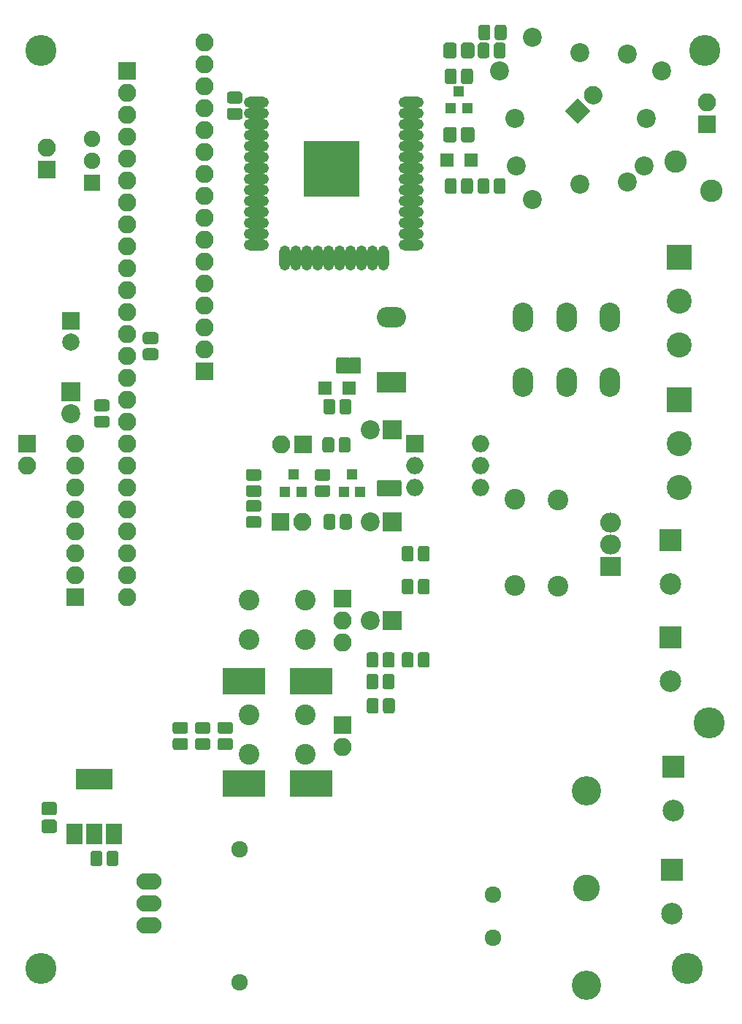
<source format=gts>
G04 #@! TF.GenerationSoftware,KiCad,Pcbnew,5.0.0+dfsg1-2~bpo9+1*
G04 #@! TF.CreationDate,2018-10-07T14:27:24+02:00*
G04 #@! TF.ProjectId,PoesPPowerNode,506F657350506F7765724E6F64652E6B,rev?*
G04 #@! TF.SameCoordinates,Original*
G04 #@! TF.FileFunction,Soldermask,Top*
G04 #@! TF.FilePolarity,Negative*
%FSLAX46Y46*%
G04 Gerber Fmt 4.6, Leading zero omitted, Abs format (unit mm)*
G04 Created by KiCad (PCBNEW 5.0.0+dfsg1-2~bpo9+1) date Sun Oct  7 14:27:24 2018*
%MOMM*%
%LPD*%
G01*
G04 APERTURE LIST*
%ADD10C,3.600000*%
%ADD11C,2.200000*%
%ADD12O,2.900000X1.300000*%
%ADD13O,1.300000X2.900000*%
%ADD14R,6.400000X6.400000*%
%ADD15O,2.899360X1.901140*%
%ADD16R,2.100000X2.100000*%
%ADD17O,2.100000X2.100000*%
%ADD18C,2.100000*%
%ADD19C,2.100000*%
%ADD20C,0.100000*%
%ADD21C,0.300000*%
%ADD22C,2.600000*%
%ADD23C,1.375000*%
%ADD24R,2.000000X2.000000*%
%ADD25C,2.000000*%
%ADD26C,1.550000*%
%ADD27C,2.400000*%
%ADD28R,2.200000X2.200000*%
%ADD29R,1.200000X1.300000*%
%ADD30R,4.900000X3.100000*%
%ADD31R,3.400000X2.400000*%
%ADD32O,3.400000X2.400000*%
%ADD33O,2.400000X3.400000*%
%ADD34C,1.900000*%
%ADD35R,1.900000X1.900000*%
%ADD36O,2.000000X2.000000*%
%ADD37R,4.200000X2.400000*%
%ADD38R,1.900000X2.400000*%
%ADD39R,2.500000X2.500000*%
%ADD40C,2.500000*%
%ADD41R,2.900000X2.900000*%
%ADD42C,2.900000*%
%ADD43R,1.500000X1.500000*%
%ADD44R,2.400000X2.305000*%
%ADD45O,2.400000X2.305000*%
%ADD46C,1.924000*%
%ADD47C,3.400000*%
%ADD48C,3.100000*%
G04 APERTURE END LIST*
D10*
G04 #@! TO.C,MK3*
X57000000Y-183300000D03*
G04 #@! TD*
D11*
G04 #@! TO.C,TR1*
X127000000Y-90400000D03*
X112200000Y-90400000D03*
X129000000Y-79400000D03*
X110200000Y-79400000D03*
X127220000Y-84900000D03*
X111980000Y-84900000D03*
X119524685Y-92469869D03*
X125024685Y-77449869D03*
X119524685Y-77229869D03*
X125024685Y-92249869D03*
X114024685Y-94249869D03*
X114024685Y-75449869D03*
G04 #@! TD*
D12*
G04 #@! TO.C,U4*
X100000000Y-83050000D03*
X100000000Y-84320000D03*
X100000000Y-85590000D03*
X100000000Y-86860000D03*
X100000000Y-88130000D03*
X100000000Y-89400000D03*
X100000000Y-90670000D03*
X100000000Y-91940000D03*
X100000000Y-93210000D03*
X100000000Y-94480000D03*
X100000000Y-95750000D03*
X100000000Y-97020000D03*
X100000000Y-98290000D03*
X100000000Y-99560000D03*
D13*
X96715000Y-101050000D03*
X95445000Y-101050000D03*
X94175000Y-101050000D03*
X92905000Y-101050000D03*
X91635000Y-101050000D03*
X90365000Y-101050000D03*
X89095000Y-101050000D03*
X87825000Y-101050000D03*
X86555000Y-101050000D03*
X85285000Y-101050000D03*
D12*
X82000000Y-99560000D03*
X82000000Y-98290000D03*
X82000000Y-97020000D03*
X82000000Y-95750000D03*
X82000000Y-94480000D03*
X82000000Y-93210000D03*
X82000000Y-91940000D03*
X82000000Y-90670000D03*
X82000000Y-89400000D03*
X82000000Y-88130000D03*
X82000000Y-86860000D03*
X82000000Y-85590000D03*
X82000000Y-84320000D03*
X82000000Y-83050000D03*
D14*
X90700000Y-90750000D03*
G04 #@! TD*
D15*
G04 #@! TO.C,U7*
X69580000Y-175840000D03*
X69580000Y-173300000D03*
X69580000Y-178380000D03*
G04 #@! TD*
D16*
G04 #@! TO.C,P10*
X134300000Y-85540000D03*
D17*
X134300000Y-83000000D03*
G04 #@! TD*
D18*
G04 #@! TO.C,P11*
X121046051Y-82203949D03*
D19*
X121046051Y-82203949D02*
X121046051Y-82203949D01*
D18*
X119250000Y-84000000D03*
D20*
G36*
X120734924Y-84000000D02*
X119250000Y-85484924D01*
X117765076Y-84000000D01*
X119250000Y-82515076D01*
X120734924Y-84000000D01*
X120734924Y-84000000D01*
G37*
G04 #@! TD*
D21*
G04 #@! TO.C,JP1*
X98125000Y-127700000D03*
D20*
G36*
X98664018Y-126753843D02*
X98701537Y-126765224D01*
X98736114Y-126783706D01*
X98766421Y-126808579D01*
X98791294Y-126838886D01*
X98809776Y-126873463D01*
X98821157Y-126910982D01*
X98825000Y-126950000D01*
X98825000Y-128450000D01*
X98821157Y-128489018D01*
X98809776Y-128526537D01*
X98791294Y-128561114D01*
X98766421Y-128591421D01*
X98736114Y-128616294D01*
X98701537Y-128634776D01*
X98664018Y-128646157D01*
X98625000Y-128650000D01*
X97475000Y-128650000D01*
X97435982Y-128646157D01*
X97398463Y-128634776D01*
X97363886Y-128616294D01*
X97333579Y-128591421D01*
X97308706Y-128561114D01*
X97290224Y-128526537D01*
X97278843Y-128489018D01*
X97275000Y-128450000D01*
X97278843Y-128410982D01*
X97290224Y-128373463D01*
X97308590Y-128339060D01*
X97734630Y-127700000D01*
X97308590Y-127060940D01*
X97290144Y-127026343D01*
X97278802Y-126988813D01*
X97275000Y-126949791D01*
X97278884Y-126910777D01*
X97290304Y-126873270D01*
X97308822Y-126838712D01*
X97333727Y-126808431D01*
X97364060Y-126783590D01*
X97398657Y-126765144D01*
X97436187Y-126753802D01*
X97475000Y-126750000D01*
X98625000Y-126750000D01*
X98664018Y-126753843D01*
X98664018Y-126753843D01*
G37*
D21*
X96675000Y-127700000D03*
D20*
G36*
X97214018Y-126753843D02*
X97251537Y-126765224D01*
X97286114Y-126783706D01*
X97316421Y-126808579D01*
X97341410Y-126839060D01*
X97841410Y-127589060D01*
X97859856Y-127623657D01*
X97871198Y-127661187D01*
X97875000Y-127700209D01*
X97871116Y-127739223D01*
X97859696Y-127776730D01*
X97841410Y-127810940D01*
X97341410Y-128560940D01*
X97316569Y-128591273D01*
X97286288Y-128616178D01*
X97251730Y-128634696D01*
X97214223Y-128646116D01*
X97175000Y-128650000D01*
X96175000Y-128650000D01*
X96135982Y-128646157D01*
X96098463Y-128634776D01*
X96063886Y-128616294D01*
X96033579Y-128591421D01*
X96008706Y-128561114D01*
X95990224Y-128526537D01*
X95978843Y-128489018D01*
X95975000Y-128450000D01*
X95975000Y-126950000D01*
X95978843Y-126910982D01*
X95990224Y-126873463D01*
X96008706Y-126838886D01*
X96033579Y-126808579D01*
X96063886Y-126783706D01*
X96098463Y-126765224D01*
X96135982Y-126753843D01*
X96175000Y-126750000D01*
X97175000Y-126750000D01*
X97214018Y-126753843D01*
X97214018Y-126753843D01*
G37*
G04 #@! TD*
D21*
G04 #@! TO.C,JP4*
X93425000Y-113500000D03*
D20*
G36*
X92885982Y-114446157D02*
X92848463Y-114434776D01*
X92813886Y-114416294D01*
X92783579Y-114391421D01*
X92758590Y-114360940D01*
X92258590Y-113610940D01*
X92240144Y-113576343D01*
X92228802Y-113538813D01*
X92225000Y-113499791D01*
X92228884Y-113460777D01*
X92240304Y-113423270D01*
X92258590Y-113389060D01*
X92758590Y-112639060D01*
X92783431Y-112608727D01*
X92813712Y-112583822D01*
X92848270Y-112565304D01*
X92885777Y-112553884D01*
X92925000Y-112550000D01*
X93925000Y-112550000D01*
X93964018Y-112553843D01*
X94001537Y-112565224D01*
X94036114Y-112583706D01*
X94066421Y-112608579D01*
X94091294Y-112638886D01*
X94109776Y-112673463D01*
X94121157Y-112710982D01*
X94125000Y-112750000D01*
X94125000Y-114250000D01*
X94121157Y-114289018D01*
X94109776Y-114326537D01*
X94091294Y-114361114D01*
X94066421Y-114391421D01*
X94036114Y-114416294D01*
X94001537Y-114434776D01*
X93964018Y-114446157D01*
X93925000Y-114450000D01*
X92925000Y-114450000D01*
X92885982Y-114446157D01*
X92885982Y-114446157D01*
G37*
D21*
X91975000Y-113500000D03*
D20*
G36*
X91435982Y-114446157D02*
X91398463Y-114434776D01*
X91363886Y-114416294D01*
X91333579Y-114391421D01*
X91308706Y-114361114D01*
X91290224Y-114326537D01*
X91278843Y-114289018D01*
X91275000Y-114250000D01*
X91275000Y-112750000D01*
X91278843Y-112710982D01*
X91290224Y-112673463D01*
X91308706Y-112638886D01*
X91333579Y-112608579D01*
X91363886Y-112583706D01*
X91398463Y-112565224D01*
X91435982Y-112553843D01*
X91475000Y-112550000D01*
X92625000Y-112550000D01*
X92664018Y-112553843D01*
X92701537Y-112565224D01*
X92736114Y-112583706D01*
X92766421Y-112608579D01*
X92791294Y-112638886D01*
X92809776Y-112673463D01*
X92821157Y-112710982D01*
X92825000Y-112750000D01*
X92821157Y-112789018D01*
X92809776Y-112826537D01*
X92791410Y-112860940D01*
X92365370Y-113500000D01*
X92791410Y-114139060D01*
X92809856Y-114173657D01*
X92821198Y-114211187D01*
X92825000Y-114250209D01*
X92821116Y-114289223D01*
X92809696Y-114326730D01*
X92791178Y-114361288D01*
X92766273Y-114391569D01*
X92735940Y-114416410D01*
X92701343Y-114434856D01*
X92663813Y-114446198D01*
X92625000Y-114450000D01*
X91475000Y-114450000D01*
X91435982Y-114446157D01*
X91435982Y-114446157D01*
G37*
G04 #@! TD*
D22*
G04 #@! TO.C,H1*
X130600000Y-89900000D03*
G04 #@! TD*
G04 #@! TO.C,H2*
X134750000Y-93250000D03*
G04 #@! TD*
D10*
G04 #@! TO.C,MK1*
X134000000Y-77000000D03*
G04 #@! TD*
G04 #@! TO.C,MK2*
X57000000Y-77000000D03*
G04 #@! TD*
G04 #@! TO.C,MK4*
X132000000Y-183300000D03*
G04 #@! TD*
D20*
G04 #@! TO.C,C2*
G36*
X97714943Y-149201655D02*
X97748312Y-149206605D01*
X97781035Y-149214802D01*
X97812797Y-149226166D01*
X97843293Y-149240590D01*
X97872227Y-149257932D01*
X97899323Y-149278028D01*
X97924318Y-149300682D01*
X97946972Y-149325677D01*
X97967068Y-149352773D01*
X97984410Y-149381707D01*
X97998834Y-149412203D01*
X98010198Y-149443965D01*
X98018395Y-149476688D01*
X98023345Y-149510057D01*
X98025000Y-149543750D01*
X98025000Y-150656250D01*
X98023345Y-150689943D01*
X98018395Y-150723312D01*
X98010198Y-150756035D01*
X97998834Y-150787797D01*
X97984410Y-150818293D01*
X97967068Y-150847227D01*
X97946972Y-150874323D01*
X97924318Y-150899318D01*
X97899323Y-150921972D01*
X97872227Y-150942068D01*
X97843293Y-150959410D01*
X97812797Y-150973834D01*
X97781035Y-150985198D01*
X97748312Y-150993395D01*
X97714943Y-150998345D01*
X97681250Y-151000000D01*
X96993750Y-151000000D01*
X96960057Y-150998345D01*
X96926688Y-150993395D01*
X96893965Y-150985198D01*
X96862203Y-150973834D01*
X96831707Y-150959410D01*
X96802773Y-150942068D01*
X96775677Y-150921972D01*
X96750682Y-150899318D01*
X96728028Y-150874323D01*
X96707932Y-150847227D01*
X96690590Y-150818293D01*
X96676166Y-150787797D01*
X96664802Y-150756035D01*
X96656605Y-150723312D01*
X96651655Y-150689943D01*
X96650000Y-150656250D01*
X96650000Y-149543750D01*
X96651655Y-149510057D01*
X96656605Y-149476688D01*
X96664802Y-149443965D01*
X96676166Y-149412203D01*
X96690590Y-149381707D01*
X96707932Y-149352773D01*
X96728028Y-149325677D01*
X96750682Y-149300682D01*
X96775677Y-149278028D01*
X96802773Y-149257932D01*
X96831707Y-149240590D01*
X96862203Y-149226166D01*
X96893965Y-149214802D01*
X96926688Y-149206605D01*
X96960057Y-149201655D01*
X96993750Y-149200000D01*
X97681250Y-149200000D01*
X97714943Y-149201655D01*
X97714943Y-149201655D01*
G37*
D23*
X97337500Y-150100000D03*
D20*
G36*
X95839943Y-149201655D02*
X95873312Y-149206605D01*
X95906035Y-149214802D01*
X95937797Y-149226166D01*
X95968293Y-149240590D01*
X95997227Y-149257932D01*
X96024323Y-149278028D01*
X96049318Y-149300682D01*
X96071972Y-149325677D01*
X96092068Y-149352773D01*
X96109410Y-149381707D01*
X96123834Y-149412203D01*
X96135198Y-149443965D01*
X96143395Y-149476688D01*
X96148345Y-149510057D01*
X96150000Y-149543750D01*
X96150000Y-150656250D01*
X96148345Y-150689943D01*
X96143395Y-150723312D01*
X96135198Y-150756035D01*
X96123834Y-150787797D01*
X96109410Y-150818293D01*
X96092068Y-150847227D01*
X96071972Y-150874323D01*
X96049318Y-150899318D01*
X96024323Y-150921972D01*
X95997227Y-150942068D01*
X95968293Y-150959410D01*
X95937797Y-150973834D01*
X95906035Y-150985198D01*
X95873312Y-150993395D01*
X95839943Y-150998345D01*
X95806250Y-151000000D01*
X95118750Y-151000000D01*
X95085057Y-150998345D01*
X95051688Y-150993395D01*
X95018965Y-150985198D01*
X94987203Y-150973834D01*
X94956707Y-150959410D01*
X94927773Y-150942068D01*
X94900677Y-150921972D01*
X94875682Y-150899318D01*
X94853028Y-150874323D01*
X94832932Y-150847227D01*
X94815590Y-150818293D01*
X94801166Y-150787797D01*
X94789802Y-150756035D01*
X94781605Y-150723312D01*
X94776655Y-150689943D01*
X94775000Y-150656250D01*
X94775000Y-149543750D01*
X94776655Y-149510057D01*
X94781605Y-149476688D01*
X94789802Y-149443965D01*
X94801166Y-149412203D01*
X94815590Y-149381707D01*
X94832932Y-149352773D01*
X94853028Y-149325677D01*
X94875682Y-149300682D01*
X94900677Y-149278028D01*
X94927773Y-149257932D01*
X94956707Y-149240590D01*
X94987203Y-149226166D01*
X95018965Y-149214802D01*
X95051688Y-149206605D01*
X95085057Y-149201655D01*
X95118750Y-149200000D01*
X95806250Y-149200000D01*
X95839943Y-149201655D01*
X95839943Y-149201655D01*
G37*
D23*
X95462500Y-150100000D03*
G04 #@! TD*
D20*
G04 #@! TO.C,C5*
G36*
X73789943Y-154776655D02*
X73823312Y-154781605D01*
X73856035Y-154789802D01*
X73887797Y-154801166D01*
X73918293Y-154815590D01*
X73947227Y-154832932D01*
X73974323Y-154853028D01*
X73999318Y-154875682D01*
X74021972Y-154900677D01*
X74042068Y-154927773D01*
X74059410Y-154956707D01*
X74073834Y-154987203D01*
X74085198Y-155018965D01*
X74093395Y-155051688D01*
X74098345Y-155085057D01*
X74100000Y-155118750D01*
X74100000Y-155806250D01*
X74098345Y-155839943D01*
X74093395Y-155873312D01*
X74085198Y-155906035D01*
X74073834Y-155937797D01*
X74059410Y-155968293D01*
X74042068Y-155997227D01*
X74021972Y-156024323D01*
X73999318Y-156049318D01*
X73974323Y-156071972D01*
X73947227Y-156092068D01*
X73918293Y-156109410D01*
X73887797Y-156123834D01*
X73856035Y-156135198D01*
X73823312Y-156143395D01*
X73789943Y-156148345D01*
X73756250Y-156150000D01*
X72643750Y-156150000D01*
X72610057Y-156148345D01*
X72576688Y-156143395D01*
X72543965Y-156135198D01*
X72512203Y-156123834D01*
X72481707Y-156109410D01*
X72452773Y-156092068D01*
X72425677Y-156071972D01*
X72400682Y-156049318D01*
X72378028Y-156024323D01*
X72357932Y-155997227D01*
X72340590Y-155968293D01*
X72326166Y-155937797D01*
X72314802Y-155906035D01*
X72306605Y-155873312D01*
X72301655Y-155839943D01*
X72300000Y-155806250D01*
X72300000Y-155118750D01*
X72301655Y-155085057D01*
X72306605Y-155051688D01*
X72314802Y-155018965D01*
X72326166Y-154987203D01*
X72340590Y-154956707D01*
X72357932Y-154927773D01*
X72378028Y-154900677D01*
X72400682Y-154875682D01*
X72425677Y-154853028D01*
X72452773Y-154832932D01*
X72481707Y-154815590D01*
X72512203Y-154801166D01*
X72543965Y-154789802D01*
X72576688Y-154781605D01*
X72610057Y-154776655D01*
X72643750Y-154775000D01*
X73756250Y-154775000D01*
X73789943Y-154776655D01*
X73789943Y-154776655D01*
G37*
D23*
X73200000Y-155462500D03*
D20*
G36*
X73789943Y-156651655D02*
X73823312Y-156656605D01*
X73856035Y-156664802D01*
X73887797Y-156676166D01*
X73918293Y-156690590D01*
X73947227Y-156707932D01*
X73974323Y-156728028D01*
X73999318Y-156750682D01*
X74021972Y-156775677D01*
X74042068Y-156802773D01*
X74059410Y-156831707D01*
X74073834Y-156862203D01*
X74085198Y-156893965D01*
X74093395Y-156926688D01*
X74098345Y-156960057D01*
X74100000Y-156993750D01*
X74100000Y-157681250D01*
X74098345Y-157714943D01*
X74093395Y-157748312D01*
X74085198Y-157781035D01*
X74073834Y-157812797D01*
X74059410Y-157843293D01*
X74042068Y-157872227D01*
X74021972Y-157899323D01*
X73999318Y-157924318D01*
X73974323Y-157946972D01*
X73947227Y-157967068D01*
X73918293Y-157984410D01*
X73887797Y-157998834D01*
X73856035Y-158010198D01*
X73823312Y-158018395D01*
X73789943Y-158023345D01*
X73756250Y-158025000D01*
X72643750Y-158025000D01*
X72610057Y-158023345D01*
X72576688Y-158018395D01*
X72543965Y-158010198D01*
X72512203Y-157998834D01*
X72481707Y-157984410D01*
X72452773Y-157967068D01*
X72425677Y-157946972D01*
X72400682Y-157924318D01*
X72378028Y-157899323D01*
X72357932Y-157872227D01*
X72340590Y-157843293D01*
X72326166Y-157812797D01*
X72314802Y-157781035D01*
X72306605Y-157748312D01*
X72301655Y-157714943D01*
X72300000Y-157681250D01*
X72300000Y-156993750D01*
X72301655Y-156960057D01*
X72306605Y-156926688D01*
X72314802Y-156893965D01*
X72326166Y-156862203D01*
X72340590Y-156831707D01*
X72357932Y-156802773D01*
X72378028Y-156775677D01*
X72400682Y-156750682D01*
X72425677Y-156728028D01*
X72452773Y-156707932D01*
X72481707Y-156690590D01*
X72512203Y-156676166D01*
X72543965Y-156664802D01*
X72576688Y-156656605D01*
X72610057Y-156651655D01*
X72643750Y-156650000D01*
X73756250Y-156650000D01*
X73789943Y-156651655D01*
X73789943Y-156651655D01*
G37*
D23*
X73200000Y-157337500D03*
G04 #@! TD*
D24*
G04 #@! TO.C,C1*
X60500000Y-108300000D03*
D25*
X60500000Y-110800000D03*
G04 #@! TD*
D20*
G04 #@! TO.C,C3*
G36*
X106996071Y-85851623D02*
X107028781Y-85856475D01*
X107060857Y-85864509D01*
X107091991Y-85875649D01*
X107121884Y-85889787D01*
X107150247Y-85906787D01*
X107176807Y-85926485D01*
X107201308Y-85948692D01*
X107223515Y-85973193D01*
X107243213Y-85999753D01*
X107260213Y-86028116D01*
X107274351Y-86058009D01*
X107285491Y-86089143D01*
X107293525Y-86121219D01*
X107298377Y-86153929D01*
X107300000Y-86186956D01*
X107300000Y-87313044D01*
X107298377Y-87346071D01*
X107293525Y-87378781D01*
X107285491Y-87410857D01*
X107274351Y-87441991D01*
X107260213Y-87471884D01*
X107243213Y-87500247D01*
X107223515Y-87526807D01*
X107201308Y-87551308D01*
X107176807Y-87573515D01*
X107150247Y-87593213D01*
X107121884Y-87610213D01*
X107091991Y-87624351D01*
X107060857Y-87635491D01*
X107028781Y-87643525D01*
X106996071Y-87648377D01*
X106963044Y-87650000D01*
X106086956Y-87650000D01*
X106053929Y-87648377D01*
X106021219Y-87643525D01*
X105989143Y-87635491D01*
X105958009Y-87624351D01*
X105928116Y-87610213D01*
X105899753Y-87593213D01*
X105873193Y-87573515D01*
X105848692Y-87551308D01*
X105826485Y-87526807D01*
X105806787Y-87500247D01*
X105789787Y-87471884D01*
X105775649Y-87441991D01*
X105764509Y-87410857D01*
X105756475Y-87378781D01*
X105751623Y-87346071D01*
X105750000Y-87313044D01*
X105750000Y-86186956D01*
X105751623Y-86153929D01*
X105756475Y-86121219D01*
X105764509Y-86089143D01*
X105775649Y-86058009D01*
X105789787Y-86028116D01*
X105806787Y-85999753D01*
X105826485Y-85973193D01*
X105848692Y-85948692D01*
X105873193Y-85926485D01*
X105899753Y-85906787D01*
X105928116Y-85889787D01*
X105958009Y-85875649D01*
X105989143Y-85864509D01*
X106021219Y-85856475D01*
X106053929Y-85851623D01*
X106086956Y-85850000D01*
X106963044Y-85850000D01*
X106996071Y-85851623D01*
X106996071Y-85851623D01*
G37*
D26*
X106525000Y-86750000D03*
D20*
G36*
X104946071Y-85851623D02*
X104978781Y-85856475D01*
X105010857Y-85864509D01*
X105041991Y-85875649D01*
X105071884Y-85889787D01*
X105100247Y-85906787D01*
X105126807Y-85926485D01*
X105151308Y-85948692D01*
X105173515Y-85973193D01*
X105193213Y-85999753D01*
X105210213Y-86028116D01*
X105224351Y-86058009D01*
X105235491Y-86089143D01*
X105243525Y-86121219D01*
X105248377Y-86153929D01*
X105250000Y-86186956D01*
X105250000Y-87313044D01*
X105248377Y-87346071D01*
X105243525Y-87378781D01*
X105235491Y-87410857D01*
X105224351Y-87441991D01*
X105210213Y-87471884D01*
X105193213Y-87500247D01*
X105173515Y-87526807D01*
X105151308Y-87551308D01*
X105126807Y-87573515D01*
X105100247Y-87593213D01*
X105071884Y-87610213D01*
X105041991Y-87624351D01*
X105010857Y-87635491D01*
X104978781Y-87643525D01*
X104946071Y-87648377D01*
X104913044Y-87650000D01*
X104036956Y-87650000D01*
X104003929Y-87648377D01*
X103971219Y-87643525D01*
X103939143Y-87635491D01*
X103908009Y-87624351D01*
X103878116Y-87610213D01*
X103849753Y-87593213D01*
X103823193Y-87573515D01*
X103798692Y-87551308D01*
X103776485Y-87526807D01*
X103756787Y-87500247D01*
X103739787Y-87471884D01*
X103725649Y-87441991D01*
X103714509Y-87410857D01*
X103706475Y-87378781D01*
X103701623Y-87346071D01*
X103700000Y-87313044D01*
X103700000Y-86186956D01*
X103701623Y-86153929D01*
X103706475Y-86121219D01*
X103714509Y-86089143D01*
X103725649Y-86058009D01*
X103739787Y-86028116D01*
X103756787Y-85999753D01*
X103776485Y-85973193D01*
X103798692Y-85948692D01*
X103823193Y-85926485D01*
X103849753Y-85906787D01*
X103878116Y-85889787D01*
X103908009Y-85875649D01*
X103939143Y-85864509D01*
X103971219Y-85856475D01*
X104003929Y-85851623D01*
X104036956Y-85850000D01*
X104913044Y-85850000D01*
X104946071Y-85851623D01*
X104946071Y-85851623D01*
G37*
D26*
X104475000Y-86750000D03*
G04 #@! TD*
D20*
G04 #@! TO.C,C4*
G36*
X106996071Y-76101623D02*
X107028781Y-76106475D01*
X107060857Y-76114509D01*
X107091991Y-76125649D01*
X107121884Y-76139787D01*
X107150247Y-76156787D01*
X107176807Y-76176485D01*
X107201308Y-76198692D01*
X107223515Y-76223193D01*
X107243213Y-76249753D01*
X107260213Y-76278116D01*
X107274351Y-76308009D01*
X107285491Y-76339143D01*
X107293525Y-76371219D01*
X107298377Y-76403929D01*
X107300000Y-76436956D01*
X107300000Y-77563044D01*
X107298377Y-77596071D01*
X107293525Y-77628781D01*
X107285491Y-77660857D01*
X107274351Y-77691991D01*
X107260213Y-77721884D01*
X107243213Y-77750247D01*
X107223515Y-77776807D01*
X107201308Y-77801308D01*
X107176807Y-77823515D01*
X107150247Y-77843213D01*
X107121884Y-77860213D01*
X107091991Y-77874351D01*
X107060857Y-77885491D01*
X107028781Y-77893525D01*
X106996071Y-77898377D01*
X106963044Y-77900000D01*
X106086956Y-77900000D01*
X106053929Y-77898377D01*
X106021219Y-77893525D01*
X105989143Y-77885491D01*
X105958009Y-77874351D01*
X105928116Y-77860213D01*
X105899753Y-77843213D01*
X105873193Y-77823515D01*
X105848692Y-77801308D01*
X105826485Y-77776807D01*
X105806787Y-77750247D01*
X105789787Y-77721884D01*
X105775649Y-77691991D01*
X105764509Y-77660857D01*
X105756475Y-77628781D01*
X105751623Y-77596071D01*
X105750000Y-77563044D01*
X105750000Y-76436956D01*
X105751623Y-76403929D01*
X105756475Y-76371219D01*
X105764509Y-76339143D01*
X105775649Y-76308009D01*
X105789787Y-76278116D01*
X105806787Y-76249753D01*
X105826485Y-76223193D01*
X105848692Y-76198692D01*
X105873193Y-76176485D01*
X105899753Y-76156787D01*
X105928116Y-76139787D01*
X105958009Y-76125649D01*
X105989143Y-76114509D01*
X106021219Y-76106475D01*
X106053929Y-76101623D01*
X106086956Y-76100000D01*
X106963044Y-76100000D01*
X106996071Y-76101623D01*
X106996071Y-76101623D01*
G37*
D26*
X106525000Y-77000000D03*
D20*
G36*
X104946071Y-76101623D02*
X104978781Y-76106475D01*
X105010857Y-76114509D01*
X105041991Y-76125649D01*
X105071884Y-76139787D01*
X105100247Y-76156787D01*
X105126807Y-76176485D01*
X105151308Y-76198692D01*
X105173515Y-76223193D01*
X105193213Y-76249753D01*
X105210213Y-76278116D01*
X105224351Y-76308009D01*
X105235491Y-76339143D01*
X105243525Y-76371219D01*
X105248377Y-76403929D01*
X105250000Y-76436956D01*
X105250000Y-77563044D01*
X105248377Y-77596071D01*
X105243525Y-77628781D01*
X105235491Y-77660857D01*
X105224351Y-77691991D01*
X105210213Y-77721884D01*
X105193213Y-77750247D01*
X105173515Y-77776807D01*
X105151308Y-77801308D01*
X105126807Y-77823515D01*
X105100247Y-77843213D01*
X105071884Y-77860213D01*
X105041991Y-77874351D01*
X105010857Y-77885491D01*
X104978781Y-77893525D01*
X104946071Y-77898377D01*
X104913044Y-77900000D01*
X104036956Y-77900000D01*
X104003929Y-77898377D01*
X103971219Y-77893525D01*
X103939143Y-77885491D01*
X103908009Y-77874351D01*
X103878116Y-77860213D01*
X103849753Y-77843213D01*
X103823193Y-77823515D01*
X103798692Y-77801308D01*
X103776485Y-77776807D01*
X103756787Y-77750247D01*
X103739787Y-77721884D01*
X103725649Y-77691991D01*
X103714509Y-77660857D01*
X103706475Y-77628781D01*
X103701623Y-77596071D01*
X103700000Y-77563044D01*
X103700000Y-76436956D01*
X103701623Y-76403929D01*
X103706475Y-76371219D01*
X103714509Y-76339143D01*
X103725649Y-76308009D01*
X103739787Y-76278116D01*
X103756787Y-76249753D01*
X103776485Y-76223193D01*
X103798692Y-76198692D01*
X103823193Y-76176485D01*
X103849753Y-76156787D01*
X103878116Y-76139787D01*
X103908009Y-76125649D01*
X103939143Y-76114509D01*
X103971219Y-76106475D01*
X104003929Y-76101623D01*
X104036956Y-76100000D01*
X104913044Y-76100000D01*
X104946071Y-76101623D01*
X104946071Y-76101623D01*
G37*
D26*
X104475000Y-77000000D03*
G04 #@! TD*
D27*
G04 #@! TO.C,C6*
X112000000Y-139000000D03*
X112000000Y-129000000D03*
G04 #@! TD*
G04 #@! TO.C,C7*
X117000000Y-129100000D03*
X117000000Y-139100000D03*
G04 #@! TD*
D20*
G04 #@! TO.C,C9*
G36*
X58596071Y-166101623D02*
X58628781Y-166106475D01*
X58660857Y-166114509D01*
X58691991Y-166125649D01*
X58721884Y-166139787D01*
X58750247Y-166156787D01*
X58776807Y-166176485D01*
X58801308Y-166198692D01*
X58823515Y-166223193D01*
X58843213Y-166249753D01*
X58860213Y-166278116D01*
X58874351Y-166308009D01*
X58885491Y-166339143D01*
X58893525Y-166371219D01*
X58898377Y-166403929D01*
X58900000Y-166436956D01*
X58900000Y-167313044D01*
X58898377Y-167346071D01*
X58893525Y-167378781D01*
X58885491Y-167410857D01*
X58874351Y-167441991D01*
X58860213Y-167471884D01*
X58843213Y-167500247D01*
X58823515Y-167526807D01*
X58801308Y-167551308D01*
X58776807Y-167573515D01*
X58750247Y-167593213D01*
X58721884Y-167610213D01*
X58691991Y-167624351D01*
X58660857Y-167635491D01*
X58628781Y-167643525D01*
X58596071Y-167648377D01*
X58563044Y-167650000D01*
X57436956Y-167650000D01*
X57403929Y-167648377D01*
X57371219Y-167643525D01*
X57339143Y-167635491D01*
X57308009Y-167624351D01*
X57278116Y-167610213D01*
X57249753Y-167593213D01*
X57223193Y-167573515D01*
X57198692Y-167551308D01*
X57176485Y-167526807D01*
X57156787Y-167500247D01*
X57139787Y-167471884D01*
X57125649Y-167441991D01*
X57114509Y-167410857D01*
X57106475Y-167378781D01*
X57101623Y-167346071D01*
X57100000Y-167313044D01*
X57100000Y-166436956D01*
X57101623Y-166403929D01*
X57106475Y-166371219D01*
X57114509Y-166339143D01*
X57125649Y-166308009D01*
X57139787Y-166278116D01*
X57156787Y-166249753D01*
X57176485Y-166223193D01*
X57198692Y-166198692D01*
X57223193Y-166176485D01*
X57249753Y-166156787D01*
X57278116Y-166139787D01*
X57308009Y-166125649D01*
X57339143Y-166114509D01*
X57371219Y-166106475D01*
X57403929Y-166101623D01*
X57436956Y-166100000D01*
X58563044Y-166100000D01*
X58596071Y-166101623D01*
X58596071Y-166101623D01*
G37*
D26*
X58000000Y-166875000D03*
D20*
G36*
X58596071Y-164051623D02*
X58628781Y-164056475D01*
X58660857Y-164064509D01*
X58691991Y-164075649D01*
X58721884Y-164089787D01*
X58750247Y-164106787D01*
X58776807Y-164126485D01*
X58801308Y-164148692D01*
X58823515Y-164173193D01*
X58843213Y-164199753D01*
X58860213Y-164228116D01*
X58874351Y-164258009D01*
X58885491Y-164289143D01*
X58893525Y-164321219D01*
X58898377Y-164353929D01*
X58900000Y-164386956D01*
X58900000Y-165263044D01*
X58898377Y-165296071D01*
X58893525Y-165328781D01*
X58885491Y-165360857D01*
X58874351Y-165391991D01*
X58860213Y-165421884D01*
X58843213Y-165450247D01*
X58823515Y-165476807D01*
X58801308Y-165501308D01*
X58776807Y-165523515D01*
X58750247Y-165543213D01*
X58721884Y-165560213D01*
X58691991Y-165574351D01*
X58660857Y-165585491D01*
X58628781Y-165593525D01*
X58596071Y-165598377D01*
X58563044Y-165600000D01*
X57436956Y-165600000D01*
X57403929Y-165598377D01*
X57371219Y-165593525D01*
X57339143Y-165585491D01*
X57308009Y-165574351D01*
X57278116Y-165560213D01*
X57249753Y-165543213D01*
X57223193Y-165523515D01*
X57198692Y-165501308D01*
X57176485Y-165476807D01*
X57156787Y-165450247D01*
X57139787Y-165421884D01*
X57125649Y-165391991D01*
X57114509Y-165360857D01*
X57106475Y-165328781D01*
X57101623Y-165296071D01*
X57100000Y-165263044D01*
X57100000Y-164386956D01*
X57101623Y-164353929D01*
X57106475Y-164321219D01*
X57114509Y-164289143D01*
X57125649Y-164258009D01*
X57139787Y-164228116D01*
X57156787Y-164199753D01*
X57176485Y-164173193D01*
X57198692Y-164148692D01*
X57223193Y-164126485D01*
X57249753Y-164106787D01*
X57278116Y-164089787D01*
X57308009Y-164075649D01*
X57339143Y-164064509D01*
X57371219Y-164056475D01*
X57403929Y-164051623D01*
X57436956Y-164050000D01*
X58563044Y-164050000D01*
X58596071Y-164051623D01*
X58596071Y-164051623D01*
G37*
D26*
X58000000Y-164825000D03*
G04 #@! TD*
D20*
G04 #@! TO.C,C10*
G36*
X80089943Y-81776655D02*
X80123312Y-81781605D01*
X80156035Y-81789802D01*
X80187797Y-81801166D01*
X80218293Y-81815590D01*
X80247227Y-81832932D01*
X80274323Y-81853028D01*
X80299318Y-81875682D01*
X80321972Y-81900677D01*
X80342068Y-81927773D01*
X80359410Y-81956707D01*
X80373834Y-81987203D01*
X80385198Y-82018965D01*
X80393395Y-82051688D01*
X80398345Y-82085057D01*
X80400000Y-82118750D01*
X80400000Y-82806250D01*
X80398345Y-82839943D01*
X80393395Y-82873312D01*
X80385198Y-82906035D01*
X80373834Y-82937797D01*
X80359410Y-82968293D01*
X80342068Y-82997227D01*
X80321972Y-83024323D01*
X80299318Y-83049318D01*
X80274323Y-83071972D01*
X80247227Y-83092068D01*
X80218293Y-83109410D01*
X80187797Y-83123834D01*
X80156035Y-83135198D01*
X80123312Y-83143395D01*
X80089943Y-83148345D01*
X80056250Y-83150000D01*
X78943750Y-83150000D01*
X78910057Y-83148345D01*
X78876688Y-83143395D01*
X78843965Y-83135198D01*
X78812203Y-83123834D01*
X78781707Y-83109410D01*
X78752773Y-83092068D01*
X78725677Y-83071972D01*
X78700682Y-83049318D01*
X78678028Y-83024323D01*
X78657932Y-82997227D01*
X78640590Y-82968293D01*
X78626166Y-82937797D01*
X78614802Y-82906035D01*
X78606605Y-82873312D01*
X78601655Y-82839943D01*
X78600000Y-82806250D01*
X78600000Y-82118750D01*
X78601655Y-82085057D01*
X78606605Y-82051688D01*
X78614802Y-82018965D01*
X78626166Y-81987203D01*
X78640590Y-81956707D01*
X78657932Y-81927773D01*
X78678028Y-81900677D01*
X78700682Y-81875682D01*
X78725677Y-81853028D01*
X78752773Y-81832932D01*
X78781707Y-81815590D01*
X78812203Y-81801166D01*
X78843965Y-81789802D01*
X78876688Y-81781605D01*
X78910057Y-81776655D01*
X78943750Y-81775000D01*
X80056250Y-81775000D01*
X80089943Y-81776655D01*
X80089943Y-81776655D01*
G37*
D23*
X79500000Y-82462500D03*
D20*
G36*
X80089943Y-83651655D02*
X80123312Y-83656605D01*
X80156035Y-83664802D01*
X80187797Y-83676166D01*
X80218293Y-83690590D01*
X80247227Y-83707932D01*
X80274323Y-83728028D01*
X80299318Y-83750682D01*
X80321972Y-83775677D01*
X80342068Y-83802773D01*
X80359410Y-83831707D01*
X80373834Y-83862203D01*
X80385198Y-83893965D01*
X80393395Y-83926688D01*
X80398345Y-83960057D01*
X80400000Y-83993750D01*
X80400000Y-84681250D01*
X80398345Y-84714943D01*
X80393395Y-84748312D01*
X80385198Y-84781035D01*
X80373834Y-84812797D01*
X80359410Y-84843293D01*
X80342068Y-84872227D01*
X80321972Y-84899323D01*
X80299318Y-84924318D01*
X80274323Y-84946972D01*
X80247227Y-84967068D01*
X80218293Y-84984410D01*
X80187797Y-84998834D01*
X80156035Y-85010198D01*
X80123312Y-85018395D01*
X80089943Y-85023345D01*
X80056250Y-85025000D01*
X78943750Y-85025000D01*
X78910057Y-85023345D01*
X78876688Y-85018395D01*
X78843965Y-85010198D01*
X78812203Y-84998834D01*
X78781707Y-84984410D01*
X78752773Y-84967068D01*
X78725677Y-84946972D01*
X78700682Y-84924318D01*
X78678028Y-84899323D01*
X78657932Y-84872227D01*
X78640590Y-84843293D01*
X78626166Y-84812797D01*
X78614802Y-84781035D01*
X78606605Y-84748312D01*
X78601655Y-84714943D01*
X78600000Y-84681250D01*
X78600000Y-83993750D01*
X78601655Y-83960057D01*
X78606605Y-83926688D01*
X78614802Y-83893965D01*
X78626166Y-83862203D01*
X78640590Y-83831707D01*
X78657932Y-83802773D01*
X78678028Y-83775677D01*
X78700682Y-83750682D01*
X78725677Y-83728028D01*
X78752773Y-83707932D01*
X78781707Y-83690590D01*
X78812203Y-83676166D01*
X78843965Y-83664802D01*
X78876688Y-83656605D01*
X78910057Y-83651655D01*
X78943750Y-83650000D01*
X80056250Y-83650000D01*
X80089943Y-83651655D01*
X80089943Y-83651655D01*
G37*
D23*
X79500000Y-84337500D03*
G04 #@! TD*
D11*
G04 #@! TO.C,D1*
X60500000Y-119040000D03*
D28*
X60500000Y-116500000D03*
G04 #@! TD*
D29*
G04 #@! TO.C,D2*
X104550000Y-83700000D03*
X106450000Y-83700000D03*
X105500000Y-81700000D03*
G04 #@! TD*
D28*
G04 #@! TO.C,D4*
X97800000Y-120900000D03*
D11*
X95260000Y-120900000D03*
G04 #@! TD*
D30*
G04 #@! TO.C,D5*
X80600000Y-150100000D03*
X88400000Y-150100000D03*
G04 #@! TD*
D28*
G04 #@! TO.C,D6*
X97800000Y-131600000D03*
D11*
X95260000Y-131600000D03*
G04 #@! TD*
G04 #@! TO.C,D8*
X95260000Y-143000000D03*
D28*
X97800000Y-143000000D03*
G04 #@! TD*
D30*
G04 #@! TO.C,D11*
X80600000Y-161900000D03*
X88400000Y-161900000D03*
G04 #@! TD*
D16*
G04 #@! TO.C,P1*
X67000000Y-79400000D03*
D17*
X67000000Y-81940000D03*
X67000000Y-84480000D03*
X67000000Y-87020000D03*
X67000000Y-89560000D03*
X67000000Y-92100000D03*
X67000000Y-94640000D03*
X67000000Y-97180000D03*
X67000000Y-99720000D03*
X67000000Y-102260000D03*
X67000000Y-104800000D03*
X67000000Y-107340000D03*
X67000000Y-109880000D03*
X67000000Y-112420000D03*
X67000000Y-114960000D03*
X67000000Y-117500000D03*
X67000000Y-120040000D03*
X67000000Y-122580000D03*
X67000000Y-125120000D03*
X67000000Y-127660000D03*
X67000000Y-130200000D03*
X67000000Y-132740000D03*
X67000000Y-135280000D03*
X67000000Y-137820000D03*
X67000000Y-140360000D03*
G04 #@! TD*
D29*
G04 #@! TO.C,Q1*
X92150000Y-128100000D03*
X94050000Y-128100000D03*
X93100000Y-126100000D03*
G04 #@! TD*
G04 #@! TO.C,Q2*
X86300000Y-126100000D03*
X87250000Y-128100000D03*
X85350000Y-128100000D03*
G04 #@! TD*
D20*
G04 #@! TO.C,R1*
G36*
X99939943Y-138201655D02*
X99973312Y-138206605D01*
X100006035Y-138214802D01*
X100037797Y-138226166D01*
X100068293Y-138240590D01*
X100097227Y-138257932D01*
X100124323Y-138278028D01*
X100149318Y-138300682D01*
X100171972Y-138325677D01*
X100192068Y-138352773D01*
X100209410Y-138381707D01*
X100223834Y-138412203D01*
X100235198Y-138443965D01*
X100243395Y-138476688D01*
X100248345Y-138510057D01*
X100250000Y-138543750D01*
X100250000Y-139656250D01*
X100248345Y-139689943D01*
X100243395Y-139723312D01*
X100235198Y-139756035D01*
X100223834Y-139787797D01*
X100209410Y-139818293D01*
X100192068Y-139847227D01*
X100171972Y-139874323D01*
X100149318Y-139899318D01*
X100124323Y-139921972D01*
X100097227Y-139942068D01*
X100068293Y-139959410D01*
X100037797Y-139973834D01*
X100006035Y-139985198D01*
X99973312Y-139993395D01*
X99939943Y-139998345D01*
X99906250Y-140000000D01*
X99218750Y-140000000D01*
X99185057Y-139998345D01*
X99151688Y-139993395D01*
X99118965Y-139985198D01*
X99087203Y-139973834D01*
X99056707Y-139959410D01*
X99027773Y-139942068D01*
X99000677Y-139921972D01*
X98975682Y-139899318D01*
X98953028Y-139874323D01*
X98932932Y-139847227D01*
X98915590Y-139818293D01*
X98901166Y-139787797D01*
X98889802Y-139756035D01*
X98881605Y-139723312D01*
X98876655Y-139689943D01*
X98875000Y-139656250D01*
X98875000Y-138543750D01*
X98876655Y-138510057D01*
X98881605Y-138476688D01*
X98889802Y-138443965D01*
X98901166Y-138412203D01*
X98915590Y-138381707D01*
X98932932Y-138352773D01*
X98953028Y-138325677D01*
X98975682Y-138300682D01*
X99000677Y-138278028D01*
X99027773Y-138257932D01*
X99056707Y-138240590D01*
X99087203Y-138226166D01*
X99118965Y-138214802D01*
X99151688Y-138206605D01*
X99185057Y-138201655D01*
X99218750Y-138200000D01*
X99906250Y-138200000D01*
X99939943Y-138201655D01*
X99939943Y-138201655D01*
G37*
D23*
X99562500Y-139100000D03*
D20*
G36*
X101814943Y-138201655D02*
X101848312Y-138206605D01*
X101881035Y-138214802D01*
X101912797Y-138226166D01*
X101943293Y-138240590D01*
X101972227Y-138257932D01*
X101999323Y-138278028D01*
X102024318Y-138300682D01*
X102046972Y-138325677D01*
X102067068Y-138352773D01*
X102084410Y-138381707D01*
X102098834Y-138412203D01*
X102110198Y-138443965D01*
X102118395Y-138476688D01*
X102123345Y-138510057D01*
X102125000Y-138543750D01*
X102125000Y-139656250D01*
X102123345Y-139689943D01*
X102118395Y-139723312D01*
X102110198Y-139756035D01*
X102098834Y-139787797D01*
X102084410Y-139818293D01*
X102067068Y-139847227D01*
X102046972Y-139874323D01*
X102024318Y-139899318D01*
X101999323Y-139921972D01*
X101972227Y-139942068D01*
X101943293Y-139959410D01*
X101912797Y-139973834D01*
X101881035Y-139985198D01*
X101848312Y-139993395D01*
X101814943Y-139998345D01*
X101781250Y-140000000D01*
X101093750Y-140000000D01*
X101060057Y-139998345D01*
X101026688Y-139993395D01*
X100993965Y-139985198D01*
X100962203Y-139973834D01*
X100931707Y-139959410D01*
X100902773Y-139942068D01*
X100875677Y-139921972D01*
X100850682Y-139899318D01*
X100828028Y-139874323D01*
X100807932Y-139847227D01*
X100790590Y-139818293D01*
X100776166Y-139787797D01*
X100764802Y-139756035D01*
X100756605Y-139723312D01*
X100751655Y-139689943D01*
X100750000Y-139656250D01*
X100750000Y-138543750D01*
X100751655Y-138510057D01*
X100756605Y-138476688D01*
X100764802Y-138443965D01*
X100776166Y-138412203D01*
X100790590Y-138381707D01*
X100807932Y-138352773D01*
X100828028Y-138325677D01*
X100850682Y-138300682D01*
X100875677Y-138278028D01*
X100902773Y-138257932D01*
X100931707Y-138240590D01*
X100962203Y-138226166D01*
X100993965Y-138214802D01*
X101026688Y-138206605D01*
X101060057Y-138201655D01*
X101093750Y-138200000D01*
X101781250Y-138200000D01*
X101814943Y-138201655D01*
X101814943Y-138201655D01*
G37*
D23*
X101437500Y-139100000D03*
G04 #@! TD*
D20*
G04 #@! TO.C,R2*
G36*
X101814943Y-146701655D02*
X101848312Y-146706605D01*
X101881035Y-146714802D01*
X101912797Y-146726166D01*
X101943293Y-146740590D01*
X101972227Y-146757932D01*
X101999323Y-146778028D01*
X102024318Y-146800682D01*
X102046972Y-146825677D01*
X102067068Y-146852773D01*
X102084410Y-146881707D01*
X102098834Y-146912203D01*
X102110198Y-146943965D01*
X102118395Y-146976688D01*
X102123345Y-147010057D01*
X102125000Y-147043750D01*
X102125000Y-148156250D01*
X102123345Y-148189943D01*
X102118395Y-148223312D01*
X102110198Y-148256035D01*
X102098834Y-148287797D01*
X102084410Y-148318293D01*
X102067068Y-148347227D01*
X102046972Y-148374323D01*
X102024318Y-148399318D01*
X101999323Y-148421972D01*
X101972227Y-148442068D01*
X101943293Y-148459410D01*
X101912797Y-148473834D01*
X101881035Y-148485198D01*
X101848312Y-148493395D01*
X101814943Y-148498345D01*
X101781250Y-148500000D01*
X101093750Y-148500000D01*
X101060057Y-148498345D01*
X101026688Y-148493395D01*
X100993965Y-148485198D01*
X100962203Y-148473834D01*
X100931707Y-148459410D01*
X100902773Y-148442068D01*
X100875677Y-148421972D01*
X100850682Y-148399318D01*
X100828028Y-148374323D01*
X100807932Y-148347227D01*
X100790590Y-148318293D01*
X100776166Y-148287797D01*
X100764802Y-148256035D01*
X100756605Y-148223312D01*
X100751655Y-148189943D01*
X100750000Y-148156250D01*
X100750000Y-147043750D01*
X100751655Y-147010057D01*
X100756605Y-146976688D01*
X100764802Y-146943965D01*
X100776166Y-146912203D01*
X100790590Y-146881707D01*
X100807932Y-146852773D01*
X100828028Y-146825677D01*
X100850682Y-146800682D01*
X100875677Y-146778028D01*
X100902773Y-146757932D01*
X100931707Y-146740590D01*
X100962203Y-146726166D01*
X100993965Y-146714802D01*
X101026688Y-146706605D01*
X101060057Y-146701655D01*
X101093750Y-146700000D01*
X101781250Y-146700000D01*
X101814943Y-146701655D01*
X101814943Y-146701655D01*
G37*
D23*
X101437500Y-147600000D03*
D20*
G36*
X99939943Y-146701655D02*
X99973312Y-146706605D01*
X100006035Y-146714802D01*
X100037797Y-146726166D01*
X100068293Y-146740590D01*
X100097227Y-146757932D01*
X100124323Y-146778028D01*
X100149318Y-146800682D01*
X100171972Y-146825677D01*
X100192068Y-146852773D01*
X100209410Y-146881707D01*
X100223834Y-146912203D01*
X100235198Y-146943965D01*
X100243395Y-146976688D01*
X100248345Y-147010057D01*
X100250000Y-147043750D01*
X100250000Y-148156250D01*
X100248345Y-148189943D01*
X100243395Y-148223312D01*
X100235198Y-148256035D01*
X100223834Y-148287797D01*
X100209410Y-148318293D01*
X100192068Y-148347227D01*
X100171972Y-148374323D01*
X100149318Y-148399318D01*
X100124323Y-148421972D01*
X100097227Y-148442068D01*
X100068293Y-148459410D01*
X100037797Y-148473834D01*
X100006035Y-148485198D01*
X99973312Y-148493395D01*
X99939943Y-148498345D01*
X99906250Y-148500000D01*
X99218750Y-148500000D01*
X99185057Y-148498345D01*
X99151688Y-148493395D01*
X99118965Y-148485198D01*
X99087203Y-148473834D01*
X99056707Y-148459410D01*
X99027773Y-148442068D01*
X99000677Y-148421972D01*
X98975682Y-148399318D01*
X98953028Y-148374323D01*
X98932932Y-148347227D01*
X98915590Y-148318293D01*
X98901166Y-148287797D01*
X98889802Y-148256035D01*
X98881605Y-148223312D01*
X98876655Y-148189943D01*
X98875000Y-148156250D01*
X98875000Y-147043750D01*
X98876655Y-147010057D01*
X98881605Y-146976688D01*
X98889802Y-146943965D01*
X98901166Y-146912203D01*
X98915590Y-146881707D01*
X98932932Y-146852773D01*
X98953028Y-146825677D01*
X98975682Y-146800682D01*
X99000677Y-146778028D01*
X99027773Y-146757932D01*
X99056707Y-146740590D01*
X99087203Y-146726166D01*
X99118965Y-146714802D01*
X99151688Y-146706605D01*
X99185057Y-146701655D01*
X99218750Y-146700000D01*
X99906250Y-146700000D01*
X99939943Y-146701655D01*
X99939943Y-146701655D01*
G37*
D23*
X99562500Y-147600000D03*
G04 #@! TD*
D20*
G04 #@! TO.C,R3*
G36*
X64689943Y-119301655D02*
X64723312Y-119306605D01*
X64756035Y-119314802D01*
X64787797Y-119326166D01*
X64818293Y-119340590D01*
X64847227Y-119357932D01*
X64874323Y-119378028D01*
X64899318Y-119400682D01*
X64921972Y-119425677D01*
X64942068Y-119452773D01*
X64959410Y-119481707D01*
X64973834Y-119512203D01*
X64985198Y-119543965D01*
X64993395Y-119576688D01*
X64998345Y-119610057D01*
X65000000Y-119643750D01*
X65000000Y-120331250D01*
X64998345Y-120364943D01*
X64993395Y-120398312D01*
X64985198Y-120431035D01*
X64973834Y-120462797D01*
X64959410Y-120493293D01*
X64942068Y-120522227D01*
X64921972Y-120549323D01*
X64899318Y-120574318D01*
X64874323Y-120596972D01*
X64847227Y-120617068D01*
X64818293Y-120634410D01*
X64787797Y-120648834D01*
X64756035Y-120660198D01*
X64723312Y-120668395D01*
X64689943Y-120673345D01*
X64656250Y-120675000D01*
X63543750Y-120675000D01*
X63510057Y-120673345D01*
X63476688Y-120668395D01*
X63443965Y-120660198D01*
X63412203Y-120648834D01*
X63381707Y-120634410D01*
X63352773Y-120617068D01*
X63325677Y-120596972D01*
X63300682Y-120574318D01*
X63278028Y-120549323D01*
X63257932Y-120522227D01*
X63240590Y-120493293D01*
X63226166Y-120462797D01*
X63214802Y-120431035D01*
X63206605Y-120398312D01*
X63201655Y-120364943D01*
X63200000Y-120331250D01*
X63200000Y-119643750D01*
X63201655Y-119610057D01*
X63206605Y-119576688D01*
X63214802Y-119543965D01*
X63226166Y-119512203D01*
X63240590Y-119481707D01*
X63257932Y-119452773D01*
X63278028Y-119425677D01*
X63300682Y-119400682D01*
X63325677Y-119378028D01*
X63352773Y-119357932D01*
X63381707Y-119340590D01*
X63412203Y-119326166D01*
X63443965Y-119314802D01*
X63476688Y-119306605D01*
X63510057Y-119301655D01*
X63543750Y-119300000D01*
X64656250Y-119300000D01*
X64689943Y-119301655D01*
X64689943Y-119301655D01*
G37*
D23*
X64100000Y-119987500D03*
D20*
G36*
X64689943Y-117426655D02*
X64723312Y-117431605D01*
X64756035Y-117439802D01*
X64787797Y-117451166D01*
X64818293Y-117465590D01*
X64847227Y-117482932D01*
X64874323Y-117503028D01*
X64899318Y-117525682D01*
X64921972Y-117550677D01*
X64942068Y-117577773D01*
X64959410Y-117606707D01*
X64973834Y-117637203D01*
X64985198Y-117668965D01*
X64993395Y-117701688D01*
X64998345Y-117735057D01*
X65000000Y-117768750D01*
X65000000Y-118456250D01*
X64998345Y-118489943D01*
X64993395Y-118523312D01*
X64985198Y-118556035D01*
X64973834Y-118587797D01*
X64959410Y-118618293D01*
X64942068Y-118647227D01*
X64921972Y-118674323D01*
X64899318Y-118699318D01*
X64874323Y-118721972D01*
X64847227Y-118742068D01*
X64818293Y-118759410D01*
X64787797Y-118773834D01*
X64756035Y-118785198D01*
X64723312Y-118793395D01*
X64689943Y-118798345D01*
X64656250Y-118800000D01*
X63543750Y-118800000D01*
X63510057Y-118798345D01*
X63476688Y-118793395D01*
X63443965Y-118785198D01*
X63412203Y-118773834D01*
X63381707Y-118759410D01*
X63352773Y-118742068D01*
X63325677Y-118721972D01*
X63300682Y-118699318D01*
X63278028Y-118674323D01*
X63257932Y-118647227D01*
X63240590Y-118618293D01*
X63226166Y-118587797D01*
X63214802Y-118556035D01*
X63206605Y-118523312D01*
X63201655Y-118489943D01*
X63200000Y-118456250D01*
X63200000Y-117768750D01*
X63201655Y-117735057D01*
X63206605Y-117701688D01*
X63214802Y-117668965D01*
X63226166Y-117637203D01*
X63240590Y-117606707D01*
X63257932Y-117577773D01*
X63278028Y-117550677D01*
X63300682Y-117525682D01*
X63325677Y-117503028D01*
X63352773Y-117482932D01*
X63381707Y-117465590D01*
X63412203Y-117451166D01*
X63443965Y-117439802D01*
X63476688Y-117431605D01*
X63510057Y-117426655D01*
X63543750Y-117425000D01*
X64656250Y-117425000D01*
X64689943Y-117426655D01*
X64689943Y-117426655D01*
G37*
D23*
X64100000Y-118112500D03*
G04 #@! TD*
D20*
G04 #@! TO.C,R4*
G36*
X70339943Y-111501655D02*
X70373312Y-111506605D01*
X70406035Y-111514802D01*
X70437797Y-111526166D01*
X70468293Y-111540590D01*
X70497227Y-111557932D01*
X70524323Y-111578028D01*
X70549318Y-111600682D01*
X70571972Y-111625677D01*
X70592068Y-111652773D01*
X70609410Y-111681707D01*
X70623834Y-111712203D01*
X70635198Y-111743965D01*
X70643395Y-111776688D01*
X70648345Y-111810057D01*
X70650000Y-111843750D01*
X70650000Y-112531250D01*
X70648345Y-112564943D01*
X70643395Y-112598312D01*
X70635198Y-112631035D01*
X70623834Y-112662797D01*
X70609410Y-112693293D01*
X70592068Y-112722227D01*
X70571972Y-112749323D01*
X70549318Y-112774318D01*
X70524323Y-112796972D01*
X70497227Y-112817068D01*
X70468293Y-112834410D01*
X70437797Y-112848834D01*
X70406035Y-112860198D01*
X70373312Y-112868395D01*
X70339943Y-112873345D01*
X70306250Y-112875000D01*
X69193750Y-112875000D01*
X69160057Y-112873345D01*
X69126688Y-112868395D01*
X69093965Y-112860198D01*
X69062203Y-112848834D01*
X69031707Y-112834410D01*
X69002773Y-112817068D01*
X68975677Y-112796972D01*
X68950682Y-112774318D01*
X68928028Y-112749323D01*
X68907932Y-112722227D01*
X68890590Y-112693293D01*
X68876166Y-112662797D01*
X68864802Y-112631035D01*
X68856605Y-112598312D01*
X68851655Y-112564943D01*
X68850000Y-112531250D01*
X68850000Y-111843750D01*
X68851655Y-111810057D01*
X68856605Y-111776688D01*
X68864802Y-111743965D01*
X68876166Y-111712203D01*
X68890590Y-111681707D01*
X68907932Y-111652773D01*
X68928028Y-111625677D01*
X68950682Y-111600682D01*
X68975677Y-111578028D01*
X69002773Y-111557932D01*
X69031707Y-111540590D01*
X69062203Y-111526166D01*
X69093965Y-111514802D01*
X69126688Y-111506605D01*
X69160057Y-111501655D01*
X69193750Y-111500000D01*
X70306250Y-111500000D01*
X70339943Y-111501655D01*
X70339943Y-111501655D01*
G37*
D23*
X69750000Y-112187500D03*
D20*
G36*
X70339943Y-109626655D02*
X70373312Y-109631605D01*
X70406035Y-109639802D01*
X70437797Y-109651166D01*
X70468293Y-109665590D01*
X70497227Y-109682932D01*
X70524323Y-109703028D01*
X70549318Y-109725682D01*
X70571972Y-109750677D01*
X70592068Y-109777773D01*
X70609410Y-109806707D01*
X70623834Y-109837203D01*
X70635198Y-109868965D01*
X70643395Y-109901688D01*
X70648345Y-109935057D01*
X70650000Y-109968750D01*
X70650000Y-110656250D01*
X70648345Y-110689943D01*
X70643395Y-110723312D01*
X70635198Y-110756035D01*
X70623834Y-110787797D01*
X70609410Y-110818293D01*
X70592068Y-110847227D01*
X70571972Y-110874323D01*
X70549318Y-110899318D01*
X70524323Y-110921972D01*
X70497227Y-110942068D01*
X70468293Y-110959410D01*
X70437797Y-110973834D01*
X70406035Y-110985198D01*
X70373312Y-110993395D01*
X70339943Y-110998345D01*
X70306250Y-111000000D01*
X69193750Y-111000000D01*
X69160057Y-110998345D01*
X69126688Y-110993395D01*
X69093965Y-110985198D01*
X69062203Y-110973834D01*
X69031707Y-110959410D01*
X69002773Y-110942068D01*
X68975677Y-110921972D01*
X68950682Y-110899318D01*
X68928028Y-110874323D01*
X68907932Y-110847227D01*
X68890590Y-110818293D01*
X68876166Y-110787797D01*
X68864802Y-110756035D01*
X68856605Y-110723312D01*
X68851655Y-110689943D01*
X68850000Y-110656250D01*
X68850000Y-109968750D01*
X68851655Y-109935057D01*
X68856605Y-109901688D01*
X68864802Y-109868965D01*
X68876166Y-109837203D01*
X68890590Y-109806707D01*
X68907932Y-109777773D01*
X68928028Y-109750677D01*
X68950682Y-109725682D01*
X68975677Y-109703028D01*
X69002773Y-109682932D01*
X69031707Y-109665590D01*
X69062203Y-109651166D01*
X69093965Y-109639802D01*
X69126688Y-109631605D01*
X69160057Y-109626655D01*
X69193750Y-109625000D01*
X70306250Y-109625000D01*
X70339943Y-109626655D01*
X70339943Y-109626655D01*
G37*
D23*
X69750000Y-110312500D03*
G04 #@! TD*
D20*
G04 #@! TO.C,R5*
G36*
X92614943Y-121801655D02*
X92648312Y-121806605D01*
X92681035Y-121814802D01*
X92712797Y-121826166D01*
X92743293Y-121840590D01*
X92772227Y-121857932D01*
X92799323Y-121878028D01*
X92824318Y-121900682D01*
X92846972Y-121925677D01*
X92867068Y-121952773D01*
X92884410Y-121981707D01*
X92898834Y-122012203D01*
X92910198Y-122043965D01*
X92918395Y-122076688D01*
X92923345Y-122110057D01*
X92925000Y-122143750D01*
X92925000Y-123256250D01*
X92923345Y-123289943D01*
X92918395Y-123323312D01*
X92910198Y-123356035D01*
X92898834Y-123387797D01*
X92884410Y-123418293D01*
X92867068Y-123447227D01*
X92846972Y-123474323D01*
X92824318Y-123499318D01*
X92799323Y-123521972D01*
X92772227Y-123542068D01*
X92743293Y-123559410D01*
X92712797Y-123573834D01*
X92681035Y-123585198D01*
X92648312Y-123593395D01*
X92614943Y-123598345D01*
X92581250Y-123600000D01*
X91893750Y-123600000D01*
X91860057Y-123598345D01*
X91826688Y-123593395D01*
X91793965Y-123585198D01*
X91762203Y-123573834D01*
X91731707Y-123559410D01*
X91702773Y-123542068D01*
X91675677Y-123521972D01*
X91650682Y-123499318D01*
X91628028Y-123474323D01*
X91607932Y-123447227D01*
X91590590Y-123418293D01*
X91576166Y-123387797D01*
X91564802Y-123356035D01*
X91556605Y-123323312D01*
X91551655Y-123289943D01*
X91550000Y-123256250D01*
X91550000Y-122143750D01*
X91551655Y-122110057D01*
X91556605Y-122076688D01*
X91564802Y-122043965D01*
X91576166Y-122012203D01*
X91590590Y-121981707D01*
X91607932Y-121952773D01*
X91628028Y-121925677D01*
X91650682Y-121900682D01*
X91675677Y-121878028D01*
X91702773Y-121857932D01*
X91731707Y-121840590D01*
X91762203Y-121826166D01*
X91793965Y-121814802D01*
X91826688Y-121806605D01*
X91860057Y-121801655D01*
X91893750Y-121800000D01*
X92581250Y-121800000D01*
X92614943Y-121801655D01*
X92614943Y-121801655D01*
G37*
D23*
X92237500Y-122700000D03*
D20*
G36*
X90739943Y-121801655D02*
X90773312Y-121806605D01*
X90806035Y-121814802D01*
X90837797Y-121826166D01*
X90868293Y-121840590D01*
X90897227Y-121857932D01*
X90924323Y-121878028D01*
X90949318Y-121900682D01*
X90971972Y-121925677D01*
X90992068Y-121952773D01*
X91009410Y-121981707D01*
X91023834Y-122012203D01*
X91035198Y-122043965D01*
X91043395Y-122076688D01*
X91048345Y-122110057D01*
X91050000Y-122143750D01*
X91050000Y-123256250D01*
X91048345Y-123289943D01*
X91043395Y-123323312D01*
X91035198Y-123356035D01*
X91023834Y-123387797D01*
X91009410Y-123418293D01*
X90992068Y-123447227D01*
X90971972Y-123474323D01*
X90949318Y-123499318D01*
X90924323Y-123521972D01*
X90897227Y-123542068D01*
X90868293Y-123559410D01*
X90837797Y-123573834D01*
X90806035Y-123585198D01*
X90773312Y-123593395D01*
X90739943Y-123598345D01*
X90706250Y-123600000D01*
X90018750Y-123600000D01*
X89985057Y-123598345D01*
X89951688Y-123593395D01*
X89918965Y-123585198D01*
X89887203Y-123573834D01*
X89856707Y-123559410D01*
X89827773Y-123542068D01*
X89800677Y-123521972D01*
X89775682Y-123499318D01*
X89753028Y-123474323D01*
X89732932Y-123447227D01*
X89715590Y-123418293D01*
X89701166Y-123387797D01*
X89689802Y-123356035D01*
X89681605Y-123323312D01*
X89676655Y-123289943D01*
X89675000Y-123256250D01*
X89675000Y-122143750D01*
X89676655Y-122110057D01*
X89681605Y-122076688D01*
X89689802Y-122043965D01*
X89701166Y-122012203D01*
X89715590Y-121981707D01*
X89732932Y-121952773D01*
X89753028Y-121925677D01*
X89775682Y-121900682D01*
X89800677Y-121878028D01*
X89827773Y-121857932D01*
X89856707Y-121840590D01*
X89887203Y-121826166D01*
X89918965Y-121814802D01*
X89951688Y-121806605D01*
X89985057Y-121801655D01*
X90018750Y-121800000D01*
X90706250Y-121800000D01*
X90739943Y-121801655D01*
X90739943Y-121801655D01*
G37*
D23*
X90362500Y-122700000D03*
G04 #@! TD*
D20*
G04 #@! TO.C,R10*
G36*
X92714943Y-117351655D02*
X92748312Y-117356605D01*
X92781035Y-117364802D01*
X92812797Y-117376166D01*
X92843293Y-117390590D01*
X92872227Y-117407932D01*
X92899323Y-117428028D01*
X92924318Y-117450682D01*
X92946972Y-117475677D01*
X92967068Y-117502773D01*
X92984410Y-117531707D01*
X92998834Y-117562203D01*
X93010198Y-117593965D01*
X93018395Y-117626688D01*
X93023345Y-117660057D01*
X93025000Y-117693750D01*
X93025000Y-118806250D01*
X93023345Y-118839943D01*
X93018395Y-118873312D01*
X93010198Y-118906035D01*
X92998834Y-118937797D01*
X92984410Y-118968293D01*
X92967068Y-118997227D01*
X92946972Y-119024323D01*
X92924318Y-119049318D01*
X92899323Y-119071972D01*
X92872227Y-119092068D01*
X92843293Y-119109410D01*
X92812797Y-119123834D01*
X92781035Y-119135198D01*
X92748312Y-119143395D01*
X92714943Y-119148345D01*
X92681250Y-119150000D01*
X91993750Y-119150000D01*
X91960057Y-119148345D01*
X91926688Y-119143395D01*
X91893965Y-119135198D01*
X91862203Y-119123834D01*
X91831707Y-119109410D01*
X91802773Y-119092068D01*
X91775677Y-119071972D01*
X91750682Y-119049318D01*
X91728028Y-119024323D01*
X91707932Y-118997227D01*
X91690590Y-118968293D01*
X91676166Y-118937797D01*
X91664802Y-118906035D01*
X91656605Y-118873312D01*
X91651655Y-118839943D01*
X91650000Y-118806250D01*
X91650000Y-117693750D01*
X91651655Y-117660057D01*
X91656605Y-117626688D01*
X91664802Y-117593965D01*
X91676166Y-117562203D01*
X91690590Y-117531707D01*
X91707932Y-117502773D01*
X91728028Y-117475677D01*
X91750682Y-117450682D01*
X91775677Y-117428028D01*
X91802773Y-117407932D01*
X91831707Y-117390590D01*
X91862203Y-117376166D01*
X91893965Y-117364802D01*
X91926688Y-117356605D01*
X91960057Y-117351655D01*
X91993750Y-117350000D01*
X92681250Y-117350000D01*
X92714943Y-117351655D01*
X92714943Y-117351655D01*
G37*
D23*
X92337500Y-118250000D03*
D20*
G36*
X90839943Y-117351655D02*
X90873312Y-117356605D01*
X90906035Y-117364802D01*
X90937797Y-117376166D01*
X90968293Y-117390590D01*
X90997227Y-117407932D01*
X91024323Y-117428028D01*
X91049318Y-117450682D01*
X91071972Y-117475677D01*
X91092068Y-117502773D01*
X91109410Y-117531707D01*
X91123834Y-117562203D01*
X91135198Y-117593965D01*
X91143395Y-117626688D01*
X91148345Y-117660057D01*
X91150000Y-117693750D01*
X91150000Y-118806250D01*
X91148345Y-118839943D01*
X91143395Y-118873312D01*
X91135198Y-118906035D01*
X91123834Y-118937797D01*
X91109410Y-118968293D01*
X91092068Y-118997227D01*
X91071972Y-119024323D01*
X91049318Y-119049318D01*
X91024323Y-119071972D01*
X90997227Y-119092068D01*
X90968293Y-119109410D01*
X90937797Y-119123834D01*
X90906035Y-119135198D01*
X90873312Y-119143395D01*
X90839943Y-119148345D01*
X90806250Y-119150000D01*
X90118750Y-119150000D01*
X90085057Y-119148345D01*
X90051688Y-119143395D01*
X90018965Y-119135198D01*
X89987203Y-119123834D01*
X89956707Y-119109410D01*
X89927773Y-119092068D01*
X89900677Y-119071972D01*
X89875682Y-119049318D01*
X89853028Y-119024323D01*
X89832932Y-118997227D01*
X89815590Y-118968293D01*
X89801166Y-118937797D01*
X89789802Y-118906035D01*
X89781605Y-118873312D01*
X89776655Y-118839943D01*
X89775000Y-118806250D01*
X89775000Y-117693750D01*
X89776655Y-117660057D01*
X89781605Y-117626688D01*
X89789802Y-117593965D01*
X89801166Y-117562203D01*
X89815590Y-117531707D01*
X89832932Y-117502773D01*
X89853028Y-117475677D01*
X89875682Y-117450682D01*
X89900677Y-117428028D01*
X89927773Y-117407932D01*
X89956707Y-117390590D01*
X89987203Y-117376166D01*
X90018965Y-117364802D01*
X90051688Y-117356605D01*
X90085057Y-117351655D01*
X90118750Y-117350000D01*
X90806250Y-117350000D01*
X90839943Y-117351655D01*
X90839943Y-117351655D01*
G37*
D23*
X90462500Y-118250000D03*
G04 #@! TD*
D20*
G04 #@! TO.C,R15*
G36*
X90889943Y-130701655D02*
X90923312Y-130706605D01*
X90956035Y-130714802D01*
X90987797Y-130726166D01*
X91018293Y-130740590D01*
X91047227Y-130757932D01*
X91074323Y-130778028D01*
X91099318Y-130800682D01*
X91121972Y-130825677D01*
X91142068Y-130852773D01*
X91159410Y-130881707D01*
X91173834Y-130912203D01*
X91185198Y-130943965D01*
X91193395Y-130976688D01*
X91198345Y-131010057D01*
X91200000Y-131043750D01*
X91200000Y-132156250D01*
X91198345Y-132189943D01*
X91193395Y-132223312D01*
X91185198Y-132256035D01*
X91173834Y-132287797D01*
X91159410Y-132318293D01*
X91142068Y-132347227D01*
X91121972Y-132374323D01*
X91099318Y-132399318D01*
X91074323Y-132421972D01*
X91047227Y-132442068D01*
X91018293Y-132459410D01*
X90987797Y-132473834D01*
X90956035Y-132485198D01*
X90923312Y-132493395D01*
X90889943Y-132498345D01*
X90856250Y-132500000D01*
X90168750Y-132500000D01*
X90135057Y-132498345D01*
X90101688Y-132493395D01*
X90068965Y-132485198D01*
X90037203Y-132473834D01*
X90006707Y-132459410D01*
X89977773Y-132442068D01*
X89950677Y-132421972D01*
X89925682Y-132399318D01*
X89903028Y-132374323D01*
X89882932Y-132347227D01*
X89865590Y-132318293D01*
X89851166Y-132287797D01*
X89839802Y-132256035D01*
X89831605Y-132223312D01*
X89826655Y-132189943D01*
X89825000Y-132156250D01*
X89825000Y-131043750D01*
X89826655Y-131010057D01*
X89831605Y-130976688D01*
X89839802Y-130943965D01*
X89851166Y-130912203D01*
X89865590Y-130881707D01*
X89882932Y-130852773D01*
X89903028Y-130825677D01*
X89925682Y-130800682D01*
X89950677Y-130778028D01*
X89977773Y-130757932D01*
X90006707Y-130740590D01*
X90037203Y-130726166D01*
X90068965Y-130714802D01*
X90101688Y-130706605D01*
X90135057Y-130701655D01*
X90168750Y-130700000D01*
X90856250Y-130700000D01*
X90889943Y-130701655D01*
X90889943Y-130701655D01*
G37*
D23*
X90512500Y-131600000D03*
D20*
G36*
X92764943Y-130701655D02*
X92798312Y-130706605D01*
X92831035Y-130714802D01*
X92862797Y-130726166D01*
X92893293Y-130740590D01*
X92922227Y-130757932D01*
X92949323Y-130778028D01*
X92974318Y-130800682D01*
X92996972Y-130825677D01*
X93017068Y-130852773D01*
X93034410Y-130881707D01*
X93048834Y-130912203D01*
X93060198Y-130943965D01*
X93068395Y-130976688D01*
X93073345Y-131010057D01*
X93075000Y-131043750D01*
X93075000Y-132156250D01*
X93073345Y-132189943D01*
X93068395Y-132223312D01*
X93060198Y-132256035D01*
X93048834Y-132287797D01*
X93034410Y-132318293D01*
X93017068Y-132347227D01*
X92996972Y-132374323D01*
X92974318Y-132399318D01*
X92949323Y-132421972D01*
X92922227Y-132442068D01*
X92893293Y-132459410D01*
X92862797Y-132473834D01*
X92831035Y-132485198D01*
X92798312Y-132493395D01*
X92764943Y-132498345D01*
X92731250Y-132500000D01*
X92043750Y-132500000D01*
X92010057Y-132498345D01*
X91976688Y-132493395D01*
X91943965Y-132485198D01*
X91912203Y-132473834D01*
X91881707Y-132459410D01*
X91852773Y-132442068D01*
X91825677Y-132421972D01*
X91800682Y-132399318D01*
X91778028Y-132374323D01*
X91757932Y-132347227D01*
X91740590Y-132318293D01*
X91726166Y-132287797D01*
X91714802Y-132256035D01*
X91706605Y-132223312D01*
X91701655Y-132189943D01*
X91700000Y-132156250D01*
X91700000Y-131043750D01*
X91701655Y-131010057D01*
X91706605Y-130976688D01*
X91714802Y-130943965D01*
X91726166Y-130912203D01*
X91740590Y-130881707D01*
X91757932Y-130852773D01*
X91778028Y-130825677D01*
X91800682Y-130800682D01*
X91825677Y-130778028D01*
X91852773Y-130757932D01*
X91881707Y-130740590D01*
X91912203Y-130726166D01*
X91943965Y-130714802D01*
X91976688Y-130706605D01*
X92010057Y-130701655D01*
X92043750Y-130700000D01*
X92731250Y-130700000D01*
X92764943Y-130701655D01*
X92764943Y-130701655D01*
G37*
D23*
X92387500Y-131600000D03*
G04 #@! TD*
D20*
G04 #@! TO.C,R16*
G36*
X82289943Y-127351655D02*
X82323312Y-127356605D01*
X82356035Y-127364802D01*
X82387797Y-127376166D01*
X82418293Y-127390590D01*
X82447227Y-127407932D01*
X82474323Y-127428028D01*
X82499318Y-127450682D01*
X82521972Y-127475677D01*
X82542068Y-127502773D01*
X82559410Y-127531707D01*
X82573834Y-127562203D01*
X82585198Y-127593965D01*
X82593395Y-127626688D01*
X82598345Y-127660057D01*
X82600000Y-127693750D01*
X82600000Y-128381250D01*
X82598345Y-128414943D01*
X82593395Y-128448312D01*
X82585198Y-128481035D01*
X82573834Y-128512797D01*
X82559410Y-128543293D01*
X82542068Y-128572227D01*
X82521972Y-128599323D01*
X82499318Y-128624318D01*
X82474323Y-128646972D01*
X82447227Y-128667068D01*
X82418293Y-128684410D01*
X82387797Y-128698834D01*
X82356035Y-128710198D01*
X82323312Y-128718395D01*
X82289943Y-128723345D01*
X82256250Y-128725000D01*
X81143750Y-128725000D01*
X81110057Y-128723345D01*
X81076688Y-128718395D01*
X81043965Y-128710198D01*
X81012203Y-128698834D01*
X80981707Y-128684410D01*
X80952773Y-128667068D01*
X80925677Y-128646972D01*
X80900682Y-128624318D01*
X80878028Y-128599323D01*
X80857932Y-128572227D01*
X80840590Y-128543293D01*
X80826166Y-128512797D01*
X80814802Y-128481035D01*
X80806605Y-128448312D01*
X80801655Y-128414943D01*
X80800000Y-128381250D01*
X80800000Y-127693750D01*
X80801655Y-127660057D01*
X80806605Y-127626688D01*
X80814802Y-127593965D01*
X80826166Y-127562203D01*
X80840590Y-127531707D01*
X80857932Y-127502773D01*
X80878028Y-127475677D01*
X80900682Y-127450682D01*
X80925677Y-127428028D01*
X80952773Y-127407932D01*
X80981707Y-127390590D01*
X81012203Y-127376166D01*
X81043965Y-127364802D01*
X81076688Y-127356605D01*
X81110057Y-127351655D01*
X81143750Y-127350000D01*
X82256250Y-127350000D01*
X82289943Y-127351655D01*
X82289943Y-127351655D01*
G37*
D23*
X81700000Y-128037500D03*
D20*
G36*
X82289943Y-125476655D02*
X82323312Y-125481605D01*
X82356035Y-125489802D01*
X82387797Y-125501166D01*
X82418293Y-125515590D01*
X82447227Y-125532932D01*
X82474323Y-125553028D01*
X82499318Y-125575682D01*
X82521972Y-125600677D01*
X82542068Y-125627773D01*
X82559410Y-125656707D01*
X82573834Y-125687203D01*
X82585198Y-125718965D01*
X82593395Y-125751688D01*
X82598345Y-125785057D01*
X82600000Y-125818750D01*
X82600000Y-126506250D01*
X82598345Y-126539943D01*
X82593395Y-126573312D01*
X82585198Y-126606035D01*
X82573834Y-126637797D01*
X82559410Y-126668293D01*
X82542068Y-126697227D01*
X82521972Y-126724323D01*
X82499318Y-126749318D01*
X82474323Y-126771972D01*
X82447227Y-126792068D01*
X82418293Y-126809410D01*
X82387797Y-126823834D01*
X82356035Y-126835198D01*
X82323312Y-126843395D01*
X82289943Y-126848345D01*
X82256250Y-126850000D01*
X81143750Y-126850000D01*
X81110057Y-126848345D01*
X81076688Y-126843395D01*
X81043965Y-126835198D01*
X81012203Y-126823834D01*
X80981707Y-126809410D01*
X80952773Y-126792068D01*
X80925677Y-126771972D01*
X80900682Y-126749318D01*
X80878028Y-126724323D01*
X80857932Y-126697227D01*
X80840590Y-126668293D01*
X80826166Y-126637797D01*
X80814802Y-126606035D01*
X80806605Y-126573312D01*
X80801655Y-126539943D01*
X80800000Y-126506250D01*
X80800000Y-125818750D01*
X80801655Y-125785057D01*
X80806605Y-125751688D01*
X80814802Y-125718965D01*
X80826166Y-125687203D01*
X80840590Y-125656707D01*
X80857932Y-125627773D01*
X80878028Y-125600677D01*
X80900682Y-125575682D01*
X80925677Y-125553028D01*
X80952773Y-125532932D01*
X80981707Y-125515590D01*
X81012203Y-125501166D01*
X81043965Y-125489802D01*
X81076688Y-125481605D01*
X81110057Y-125476655D01*
X81143750Y-125475000D01*
X82256250Y-125475000D01*
X82289943Y-125476655D01*
X82289943Y-125476655D01*
G37*
D23*
X81700000Y-126162500D03*
G04 #@! TD*
D20*
G04 #@! TO.C,R17*
G36*
X97764943Y-152001655D02*
X97798312Y-152006605D01*
X97831035Y-152014802D01*
X97862797Y-152026166D01*
X97893293Y-152040590D01*
X97922227Y-152057932D01*
X97949323Y-152078028D01*
X97974318Y-152100682D01*
X97996972Y-152125677D01*
X98017068Y-152152773D01*
X98034410Y-152181707D01*
X98048834Y-152212203D01*
X98060198Y-152243965D01*
X98068395Y-152276688D01*
X98073345Y-152310057D01*
X98075000Y-152343750D01*
X98075000Y-153456250D01*
X98073345Y-153489943D01*
X98068395Y-153523312D01*
X98060198Y-153556035D01*
X98048834Y-153587797D01*
X98034410Y-153618293D01*
X98017068Y-153647227D01*
X97996972Y-153674323D01*
X97974318Y-153699318D01*
X97949323Y-153721972D01*
X97922227Y-153742068D01*
X97893293Y-153759410D01*
X97862797Y-153773834D01*
X97831035Y-153785198D01*
X97798312Y-153793395D01*
X97764943Y-153798345D01*
X97731250Y-153800000D01*
X97043750Y-153800000D01*
X97010057Y-153798345D01*
X96976688Y-153793395D01*
X96943965Y-153785198D01*
X96912203Y-153773834D01*
X96881707Y-153759410D01*
X96852773Y-153742068D01*
X96825677Y-153721972D01*
X96800682Y-153699318D01*
X96778028Y-153674323D01*
X96757932Y-153647227D01*
X96740590Y-153618293D01*
X96726166Y-153587797D01*
X96714802Y-153556035D01*
X96706605Y-153523312D01*
X96701655Y-153489943D01*
X96700000Y-153456250D01*
X96700000Y-152343750D01*
X96701655Y-152310057D01*
X96706605Y-152276688D01*
X96714802Y-152243965D01*
X96726166Y-152212203D01*
X96740590Y-152181707D01*
X96757932Y-152152773D01*
X96778028Y-152125677D01*
X96800682Y-152100682D01*
X96825677Y-152078028D01*
X96852773Y-152057932D01*
X96881707Y-152040590D01*
X96912203Y-152026166D01*
X96943965Y-152014802D01*
X96976688Y-152006605D01*
X97010057Y-152001655D01*
X97043750Y-152000000D01*
X97731250Y-152000000D01*
X97764943Y-152001655D01*
X97764943Y-152001655D01*
G37*
D23*
X97387500Y-152900000D03*
D20*
G36*
X95889943Y-152001655D02*
X95923312Y-152006605D01*
X95956035Y-152014802D01*
X95987797Y-152026166D01*
X96018293Y-152040590D01*
X96047227Y-152057932D01*
X96074323Y-152078028D01*
X96099318Y-152100682D01*
X96121972Y-152125677D01*
X96142068Y-152152773D01*
X96159410Y-152181707D01*
X96173834Y-152212203D01*
X96185198Y-152243965D01*
X96193395Y-152276688D01*
X96198345Y-152310057D01*
X96200000Y-152343750D01*
X96200000Y-153456250D01*
X96198345Y-153489943D01*
X96193395Y-153523312D01*
X96185198Y-153556035D01*
X96173834Y-153587797D01*
X96159410Y-153618293D01*
X96142068Y-153647227D01*
X96121972Y-153674323D01*
X96099318Y-153699318D01*
X96074323Y-153721972D01*
X96047227Y-153742068D01*
X96018293Y-153759410D01*
X95987797Y-153773834D01*
X95956035Y-153785198D01*
X95923312Y-153793395D01*
X95889943Y-153798345D01*
X95856250Y-153800000D01*
X95168750Y-153800000D01*
X95135057Y-153798345D01*
X95101688Y-153793395D01*
X95068965Y-153785198D01*
X95037203Y-153773834D01*
X95006707Y-153759410D01*
X94977773Y-153742068D01*
X94950677Y-153721972D01*
X94925682Y-153699318D01*
X94903028Y-153674323D01*
X94882932Y-153647227D01*
X94865590Y-153618293D01*
X94851166Y-153587797D01*
X94839802Y-153556035D01*
X94831605Y-153523312D01*
X94826655Y-153489943D01*
X94825000Y-153456250D01*
X94825000Y-152343750D01*
X94826655Y-152310057D01*
X94831605Y-152276688D01*
X94839802Y-152243965D01*
X94851166Y-152212203D01*
X94865590Y-152181707D01*
X94882932Y-152152773D01*
X94903028Y-152125677D01*
X94925682Y-152100682D01*
X94950677Y-152078028D01*
X94977773Y-152057932D01*
X95006707Y-152040590D01*
X95037203Y-152026166D01*
X95068965Y-152014802D01*
X95101688Y-152006605D01*
X95135057Y-152001655D01*
X95168750Y-152000000D01*
X95856250Y-152000000D01*
X95889943Y-152001655D01*
X95889943Y-152001655D01*
G37*
D23*
X95512500Y-152900000D03*
G04 #@! TD*
D20*
G04 #@! TO.C,R18*
G36*
X97714943Y-146701655D02*
X97748312Y-146706605D01*
X97781035Y-146714802D01*
X97812797Y-146726166D01*
X97843293Y-146740590D01*
X97872227Y-146757932D01*
X97899323Y-146778028D01*
X97924318Y-146800682D01*
X97946972Y-146825677D01*
X97967068Y-146852773D01*
X97984410Y-146881707D01*
X97998834Y-146912203D01*
X98010198Y-146943965D01*
X98018395Y-146976688D01*
X98023345Y-147010057D01*
X98025000Y-147043750D01*
X98025000Y-148156250D01*
X98023345Y-148189943D01*
X98018395Y-148223312D01*
X98010198Y-148256035D01*
X97998834Y-148287797D01*
X97984410Y-148318293D01*
X97967068Y-148347227D01*
X97946972Y-148374323D01*
X97924318Y-148399318D01*
X97899323Y-148421972D01*
X97872227Y-148442068D01*
X97843293Y-148459410D01*
X97812797Y-148473834D01*
X97781035Y-148485198D01*
X97748312Y-148493395D01*
X97714943Y-148498345D01*
X97681250Y-148500000D01*
X96993750Y-148500000D01*
X96960057Y-148498345D01*
X96926688Y-148493395D01*
X96893965Y-148485198D01*
X96862203Y-148473834D01*
X96831707Y-148459410D01*
X96802773Y-148442068D01*
X96775677Y-148421972D01*
X96750682Y-148399318D01*
X96728028Y-148374323D01*
X96707932Y-148347227D01*
X96690590Y-148318293D01*
X96676166Y-148287797D01*
X96664802Y-148256035D01*
X96656605Y-148223312D01*
X96651655Y-148189943D01*
X96650000Y-148156250D01*
X96650000Y-147043750D01*
X96651655Y-147010057D01*
X96656605Y-146976688D01*
X96664802Y-146943965D01*
X96676166Y-146912203D01*
X96690590Y-146881707D01*
X96707932Y-146852773D01*
X96728028Y-146825677D01*
X96750682Y-146800682D01*
X96775677Y-146778028D01*
X96802773Y-146757932D01*
X96831707Y-146740590D01*
X96862203Y-146726166D01*
X96893965Y-146714802D01*
X96926688Y-146706605D01*
X96960057Y-146701655D01*
X96993750Y-146700000D01*
X97681250Y-146700000D01*
X97714943Y-146701655D01*
X97714943Y-146701655D01*
G37*
D23*
X97337500Y-147600000D03*
D20*
G36*
X95839943Y-146701655D02*
X95873312Y-146706605D01*
X95906035Y-146714802D01*
X95937797Y-146726166D01*
X95968293Y-146740590D01*
X95997227Y-146757932D01*
X96024323Y-146778028D01*
X96049318Y-146800682D01*
X96071972Y-146825677D01*
X96092068Y-146852773D01*
X96109410Y-146881707D01*
X96123834Y-146912203D01*
X96135198Y-146943965D01*
X96143395Y-146976688D01*
X96148345Y-147010057D01*
X96150000Y-147043750D01*
X96150000Y-148156250D01*
X96148345Y-148189943D01*
X96143395Y-148223312D01*
X96135198Y-148256035D01*
X96123834Y-148287797D01*
X96109410Y-148318293D01*
X96092068Y-148347227D01*
X96071972Y-148374323D01*
X96049318Y-148399318D01*
X96024323Y-148421972D01*
X95997227Y-148442068D01*
X95968293Y-148459410D01*
X95937797Y-148473834D01*
X95906035Y-148485198D01*
X95873312Y-148493395D01*
X95839943Y-148498345D01*
X95806250Y-148500000D01*
X95118750Y-148500000D01*
X95085057Y-148498345D01*
X95051688Y-148493395D01*
X95018965Y-148485198D01*
X94987203Y-148473834D01*
X94956707Y-148459410D01*
X94927773Y-148442068D01*
X94900677Y-148421972D01*
X94875682Y-148399318D01*
X94853028Y-148374323D01*
X94832932Y-148347227D01*
X94815590Y-148318293D01*
X94801166Y-148287797D01*
X94789802Y-148256035D01*
X94781605Y-148223312D01*
X94776655Y-148189943D01*
X94775000Y-148156250D01*
X94775000Y-147043750D01*
X94776655Y-147010057D01*
X94781605Y-146976688D01*
X94789802Y-146943965D01*
X94801166Y-146912203D01*
X94815590Y-146881707D01*
X94832932Y-146852773D01*
X94853028Y-146825677D01*
X94875682Y-146800682D01*
X94900677Y-146778028D01*
X94927773Y-146757932D01*
X94956707Y-146740590D01*
X94987203Y-146726166D01*
X95018965Y-146714802D01*
X95051688Y-146706605D01*
X95085057Y-146701655D01*
X95118750Y-146700000D01*
X95806250Y-146700000D01*
X95839943Y-146701655D01*
X95839943Y-146701655D01*
G37*
D23*
X95462500Y-147600000D03*
G04 #@! TD*
D20*
G04 #@! TO.C,R19*
G36*
X106814943Y-91801655D02*
X106848312Y-91806605D01*
X106881035Y-91814802D01*
X106912797Y-91826166D01*
X106943293Y-91840590D01*
X106972227Y-91857932D01*
X106999323Y-91878028D01*
X107024318Y-91900682D01*
X107046972Y-91925677D01*
X107067068Y-91952773D01*
X107084410Y-91981707D01*
X107098834Y-92012203D01*
X107110198Y-92043965D01*
X107118395Y-92076688D01*
X107123345Y-92110057D01*
X107125000Y-92143750D01*
X107125000Y-93256250D01*
X107123345Y-93289943D01*
X107118395Y-93323312D01*
X107110198Y-93356035D01*
X107098834Y-93387797D01*
X107084410Y-93418293D01*
X107067068Y-93447227D01*
X107046972Y-93474323D01*
X107024318Y-93499318D01*
X106999323Y-93521972D01*
X106972227Y-93542068D01*
X106943293Y-93559410D01*
X106912797Y-93573834D01*
X106881035Y-93585198D01*
X106848312Y-93593395D01*
X106814943Y-93598345D01*
X106781250Y-93600000D01*
X106093750Y-93600000D01*
X106060057Y-93598345D01*
X106026688Y-93593395D01*
X105993965Y-93585198D01*
X105962203Y-93573834D01*
X105931707Y-93559410D01*
X105902773Y-93542068D01*
X105875677Y-93521972D01*
X105850682Y-93499318D01*
X105828028Y-93474323D01*
X105807932Y-93447227D01*
X105790590Y-93418293D01*
X105776166Y-93387797D01*
X105764802Y-93356035D01*
X105756605Y-93323312D01*
X105751655Y-93289943D01*
X105750000Y-93256250D01*
X105750000Y-92143750D01*
X105751655Y-92110057D01*
X105756605Y-92076688D01*
X105764802Y-92043965D01*
X105776166Y-92012203D01*
X105790590Y-91981707D01*
X105807932Y-91952773D01*
X105828028Y-91925677D01*
X105850682Y-91900682D01*
X105875677Y-91878028D01*
X105902773Y-91857932D01*
X105931707Y-91840590D01*
X105962203Y-91826166D01*
X105993965Y-91814802D01*
X106026688Y-91806605D01*
X106060057Y-91801655D01*
X106093750Y-91800000D01*
X106781250Y-91800000D01*
X106814943Y-91801655D01*
X106814943Y-91801655D01*
G37*
D23*
X106437500Y-92700000D03*
D20*
G36*
X104939943Y-91801655D02*
X104973312Y-91806605D01*
X105006035Y-91814802D01*
X105037797Y-91826166D01*
X105068293Y-91840590D01*
X105097227Y-91857932D01*
X105124323Y-91878028D01*
X105149318Y-91900682D01*
X105171972Y-91925677D01*
X105192068Y-91952773D01*
X105209410Y-91981707D01*
X105223834Y-92012203D01*
X105235198Y-92043965D01*
X105243395Y-92076688D01*
X105248345Y-92110057D01*
X105250000Y-92143750D01*
X105250000Y-93256250D01*
X105248345Y-93289943D01*
X105243395Y-93323312D01*
X105235198Y-93356035D01*
X105223834Y-93387797D01*
X105209410Y-93418293D01*
X105192068Y-93447227D01*
X105171972Y-93474323D01*
X105149318Y-93499318D01*
X105124323Y-93521972D01*
X105097227Y-93542068D01*
X105068293Y-93559410D01*
X105037797Y-93573834D01*
X105006035Y-93585198D01*
X104973312Y-93593395D01*
X104939943Y-93598345D01*
X104906250Y-93600000D01*
X104218750Y-93600000D01*
X104185057Y-93598345D01*
X104151688Y-93593395D01*
X104118965Y-93585198D01*
X104087203Y-93573834D01*
X104056707Y-93559410D01*
X104027773Y-93542068D01*
X104000677Y-93521972D01*
X103975682Y-93499318D01*
X103953028Y-93474323D01*
X103932932Y-93447227D01*
X103915590Y-93418293D01*
X103901166Y-93387797D01*
X103889802Y-93356035D01*
X103881605Y-93323312D01*
X103876655Y-93289943D01*
X103875000Y-93256250D01*
X103875000Y-92143750D01*
X103876655Y-92110057D01*
X103881605Y-92076688D01*
X103889802Y-92043965D01*
X103901166Y-92012203D01*
X103915590Y-91981707D01*
X103932932Y-91952773D01*
X103953028Y-91925677D01*
X103975682Y-91900682D01*
X104000677Y-91878028D01*
X104027773Y-91857932D01*
X104056707Y-91840590D01*
X104087203Y-91826166D01*
X104118965Y-91814802D01*
X104151688Y-91806605D01*
X104185057Y-91801655D01*
X104218750Y-91800000D01*
X104906250Y-91800000D01*
X104939943Y-91801655D01*
X104939943Y-91801655D01*
G37*
D23*
X104562500Y-92700000D03*
G04 #@! TD*
D20*
G04 #@! TO.C,R20*
G36*
X110614943Y-76101655D02*
X110648312Y-76106605D01*
X110681035Y-76114802D01*
X110712797Y-76126166D01*
X110743293Y-76140590D01*
X110772227Y-76157932D01*
X110799323Y-76178028D01*
X110824318Y-76200682D01*
X110846972Y-76225677D01*
X110867068Y-76252773D01*
X110884410Y-76281707D01*
X110898834Y-76312203D01*
X110910198Y-76343965D01*
X110918395Y-76376688D01*
X110923345Y-76410057D01*
X110925000Y-76443750D01*
X110925000Y-77556250D01*
X110923345Y-77589943D01*
X110918395Y-77623312D01*
X110910198Y-77656035D01*
X110898834Y-77687797D01*
X110884410Y-77718293D01*
X110867068Y-77747227D01*
X110846972Y-77774323D01*
X110824318Y-77799318D01*
X110799323Y-77821972D01*
X110772227Y-77842068D01*
X110743293Y-77859410D01*
X110712797Y-77873834D01*
X110681035Y-77885198D01*
X110648312Y-77893395D01*
X110614943Y-77898345D01*
X110581250Y-77900000D01*
X109893750Y-77900000D01*
X109860057Y-77898345D01*
X109826688Y-77893395D01*
X109793965Y-77885198D01*
X109762203Y-77873834D01*
X109731707Y-77859410D01*
X109702773Y-77842068D01*
X109675677Y-77821972D01*
X109650682Y-77799318D01*
X109628028Y-77774323D01*
X109607932Y-77747227D01*
X109590590Y-77718293D01*
X109576166Y-77687797D01*
X109564802Y-77656035D01*
X109556605Y-77623312D01*
X109551655Y-77589943D01*
X109550000Y-77556250D01*
X109550000Y-76443750D01*
X109551655Y-76410057D01*
X109556605Y-76376688D01*
X109564802Y-76343965D01*
X109576166Y-76312203D01*
X109590590Y-76281707D01*
X109607932Y-76252773D01*
X109628028Y-76225677D01*
X109650682Y-76200682D01*
X109675677Y-76178028D01*
X109702773Y-76157932D01*
X109731707Y-76140590D01*
X109762203Y-76126166D01*
X109793965Y-76114802D01*
X109826688Y-76106605D01*
X109860057Y-76101655D01*
X109893750Y-76100000D01*
X110581250Y-76100000D01*
X110614943Y-76101655D01*
X110614943Y-76101655D01*
G37*
D23*
X110237500Y-77000000D03*
D20*
G36*
X108739943Y-76101655D02*
X108773312Y-76106605D01*
X108806035Y-76114802D01*
X108837797Y-76126166D01*
X108868293Y-76140590D01*
X108897227Y-76157932D01*
X108924323Y-76178028D01*
X108949318Y-76200682D01*
X108971972Y-76225677D01*
X108992068Y-76252773D01*
X109009410Y-76281707D01*
X109023834Y-76312203D01*
X109035198Y-76343965D01*
X109043395Y-76376688D01*
X109048345Y-76410057D01*
X109050000Y-76443750D01*
X109050000Y-77556250D01*
X109048345Y-77589943D01*
X109043395Y-77623312D01*
X109035198Y-77656035D01*
X109023834Y-77687797D01*
X109009410Y-77718293D01*
X108992068Y-77747227D01*
X108971972Y-77774323D01*
X108949318Y-77799318D01*
X108924323Y-77821972D01*
X108897227Y-77842068D01*
X108868293Y-77859410D01*
X108837797Y-77873834D01*
X108806035Y-77885198D01*
X108773312Y-77893395D01*
X108739943Y-77898345D01*
X108706250Y-77900000D01*
X108018750Y-77900000D01*
X107985057Y-77898345D01*
X107951688Y-77893395D01*
X107918965Y-77885198D01*
X107887203Y-77873834D01*
X107856707Y-77859410D01*
X107827773Y-77842068D01*
X107800677Y-77821972D01*
X107775682Y-77799318D01*
X107753028Y-77774323D01*
X107732932Y-77747227D01*
X107715590Y-77718293D01*
X107701166Y-77687797D01*
X107689802Y-77656035D01*
X107681605Y-77623312D01*
X107676655Y-77589943D01*
X107675000Y-77556250D01*
X107675000Y-76443750D01*
X107676655Y-76410057D01*
X107681605Y-76376688D01*
X107689802Y-76343965D01*
X107701166Y-76312203D01*
X107715590Y-76281707D01*
X107732932Y-76252773D01*
X107753028Y-76225677D01*
X107775682Y-76200682D01*
X107800677Y-76178028D01*
X107827773Y-76157932D01*
X107856707Y-76140590D01*
X107887203Y-76126166D01*
X107918965Y-76114802D01*
X107951688Y-76106605D01*
X107985057Y-76101655D01*
X108018750Y-76100000D01*
X108706250Y-76100000D01*
X108739943Y-76101655D01*
X108739943Y-76101655D01*
G37*
D23*
X108362500Y-77000000D03*
G04 #@! TD*
D20*
G04 #@! TO.C,R21*
G36*
X104939943Y-79101655D02*
X104973312Y-79106605D01*
X105006035Y-79114802D01*
X105037797Y-79126166D01*
X105068293Y-79140590D01*
X105097227Y-79157932D01*
X105124323Y-79178028D01*
X105149318Y-79200682D01*
X105171972Y-79225677D01*
X105192068Y-79252773D01*
X105209410Y-79281707D01*
X105223834Y-79312203D01*
X105235198Y-79343965D01*
X105243395Y-79376688D01*
X105248345Y-79410057D01*
X105250000Y-79443750D01*
X105250000Y-80556250D01*
X105248345Y-80589943D01*
X105243395Y-80623312D01*
X105235198Y-80656035D01*
X105223834Y-80687797D01*
X105209410Y-80718293D01*
X105192068Y-80747227D01*
X105171972Y-80774323D01*
X105149318Y-80799318D01*
X105124323Y-80821972D01*
X105097227Y-80842068D01*
X105068293Y-80859410D01*
X105037797Y-80873834D01*
X105006035Y-80885198D01*
X104973312Y-80893395D01*
X104939943Y-80898345D01*
X104906250Y-80900000D01*
X104218750Y-80900000D01*
X104185057Y-80898345D01*
X104151688Y-80893395D01*
X104118965Y-80885198D01*
X104087203Y-80873834D01*
X104056707Y-80859410D01*
X104027773Y-80842068D01*
X104000677Y-80821972D01*
X103975682Y-80799318D01*
X103953028Y-80774323D01*
X103932932Y-80747227D01*
X103915590Y-80718293D01*
X103901166Y-80687797D01*
X103889802Y-80656035D01*
X103881605Y-80623312D01*
X103876655Y-80589943D01*
X103875000Y-80556250D01*
X103875000Y-79443750D01*
X103876655Y-79410057D01*
X103881605Y-79376688D01*
X103889802Y-79343965D01*
X103901166Y-79312203D01*
X103915590Y-79281707D01*
X103932932Y-79252773D01*
X103953028Y-79225677D01*
X103975682Y-79200682D01*
X104000677Y-79178028D01*
X104027773Y-79157932D01*
X104056707Y-79140590D01*
X104087203Y-79126166D01*
X104118965Y-79114802D01*
X104151688Y-79106605D01*
X104185057Y-79101655D01*
X104218750Y-79100000D01*
X104906250Y-79100000D01*
X104939943Y-79101655D01*
X104939943Y-79101655D01*
G37*
D23*
X104562500Y-80000000D03*
D20*
G36*
X106814943Y-79101655D02*
X106848312Y-79106605D01*
X106881035Y-79114802D01*
X106912797Y-79126166D01*
X106943293Y-79140590D01*
X106972227Y-79157932D01*
X106999323Y-79178028D01*
X107024318Y-79200682D01*
X107046972Y-79225677D01*
X107067068Y-79252773D01*
X107084410Y-79281707D01*
X107098834Y-79312203D01*
X107110198Y-79343965D01*
X107118395Y-79376688D01*
X107123345Y-79410057D01*
X107125000Y-79443750D01*
X107125000Y-80556250D01*
X107123345Y-80589943D01*
X107118395Y-80623312D01*
X107110198Y-80656035D01*
X107098834Y-80687797D01*
X107084410Y-80718293D01*
X107067068Y-80747227D01*
X107046972Y-80774323D01*
X107024318Y-80799318D01*
X106999323Y-80821972D01*
X106972227Y-80842068D01*
X106943293Y-80859410D01*
X106912797Y-80873834D01*
X106881035Y-80885198D01*
X106848312Y-80893395D01*
X106814943Y-80898345D01*
X106781250Y-80900000D01*
X106093750Y-80900000D01*
X106060057Y-80898345D01*
X106026688Y-80893395D01*
X105993965Y-80885198D01*
X105962203Y-80873834D01*
X105931707Y-80859410D01*
X105902773Y-80842068D01*
X105875677Y-80821972D01*
X105850682Y-80799318D01*
X105828028Y-80774323D01*
X105807932Y-80747227D01*
X105790590Y-80718293D01*
X105776166Y-80687797D01*
X105764802Y-80656035D01*
X105756605Y-80623312D01*
X105751655Y-80589943D01*
X105750000Y-80556250D01*
X105750000Y-79443750D01*
X105751655Y-79410057D01*
X105756605Y-79376688D01*
X105764802Y-79343965D01*
X105776166Y-79312203D01*
X105790590Y-79281707D01*
X105807932Y-79252773D01*
X105828028Y-79225677D01*
X105850682Y-79200682D01*
X105875677Y-79178028D01*
X105902773Y-79157932D01*
X105931707Y-79140590D01*
X105962203Y-79126166D01*
X105993965Y-79114802D01*
X106026688Y-79106605D01*
X106060057Y-79101655D01*
X106093750Y-79100000D01*
X106781250Y-79100000D01*
X106814943Y-79101655D01*
X106814943Y-79101655D01*
G37*
D23*
X106437500Y-80000000D03*
G04 #@! TD*
D20*
G04 #@! TO.C,R22*
G36*
X108739943Y-91801655D02*
X108773312Y-91806605D01*
X108806035Y-91814802D01*
X108837797Y-91826166D01*
X108868293Y-91840590D01*
X108897227Y-91857932D01*
X108924323Y-91878028D01*
X108949318Y-91900682D01*
X108971972Y-91925677D01*
X108992068Y-91952773D01*
X109009410Y-91981707D01*
X109023834Y-92012203D01*
X109035198Y-92043965D01*
X109043395Y-92076688D01*
X109048345Y-92110057D01*
X109050000Y-92143750D01*
X109050000Y-93256250D01*
X109048345Y-93289943D01*
X109043395Y-93323312D01*
X109035198Y-93356035D01*
X109023834Y-93387797D01*
X109009410Y-93418293D01*
X108992068Y-93447227D01*
X108971972Y-93474323D01*
X108949318Y-93499318D01*
X108924323Y-93521972D01*
X108897227Y-93542068D01*
X108868293Y-93559410D01*
X108837797Y-93573834D01*
X108806035Y-93585198D01*
X108773312Y-93593395D01*
X108739943Y-93598345D01*
X108706250Y-93600000D01*
X108018750Y-93600000D01*
X107985057Y-93598345D01*
X107951688Y-93593395D01*
X107918965Y-93585198D01*
X107887203Y-93573834D01*
X107856707Y-93559410D01*
X107827773Y-93542068D01*
X107800677Y-93521972D01*
X107775682Y-93499318D01*
X107753028Y-93474323D01*
X107732932Y-93447227D01*
X107715590Y-93418293D01*
X107701166Y-93387797D01*
X107689802Y-93356035D01*
X107681605Y-93323312D01*
X107676655Y-93289943D01*
X107675000Y-93256250D01*
X107675000Y-92143750D01*
X107676655Y-92110057D01*
X107681605Y-92076688D01*
X107689802Y-92043965D01*
X107701166Y-92012203D01*
X107715590Y-91981707D01*
X107732932Y-91952773D01*
X107753028Y-91925677D01*
X107775682Y-91900682D01*
X107800677Y-91878028D01*
X107827773Y-91857932D01*
X107856707Y-91840590D01*
X107887203Y-91826166D01*
X107918965Y-91814802D01*
X107951688Y-91806605D01*
X107985057Y-91801655D01*
X108018750Y-91800000D01*
X108706250Y-91800000D01*
X108739943Y-91801655D01*
X108739943Y-91801655D01*
G37*
D23*
X108362500Y-92700000D03*
D20*
G36*
X110614943Y-91801655D02*
X110648312Y-91806605D01*
X110681035Y-91814802D01*
X110712797Y-91826166D01*
X110743293Y-91840590D01*
X110772227Y-91857932D01*
X110799323Y-91878028D01*
X110824318Y-91900682D01*
X110846972Y-91925677D01*
X110867068Y-91952773D01*
X110884410Y-91981707D01*
X110898834Y-92012203D01*
X110910198Y-92043965D01*
X110918395Y-92076688D01*
X110923345Y-92110057D01*
X110925000Y-92143750D01*
X110925000Y-93256250D01*
X110923345Y-93289943D01*
X110918395Y-93323312D01*
X110910198Y-93356035D01*
X110898834Y-93387797D01*
X110884410Y-93418293D01*
X110867068Y-93447227D01*
X110846972Y-93474323D01*
X110824318Y-93499318D01*
X110799323Y-93521972D01*
X110772227Y-93542068D01*
X110743293Y-93559410D01*
X110712797Y-93573834D01*
X110681035Y-93585198D01*
X110648312Y-93593395D01*
X110614943Y-93598345D01*
X110581250Y-93600000D01*
X109893750Y-93600000D01*
X109860057Y-93598345D01*
X109826688Y-93593395D01*
X109793965Y-93585198D01*
X109762203Y-93573834D01*
X109731707Y-93559410D01*
X109702773Y-93542068D01*
X109675677Y-93521972D01*
X109650682Y-93499318D01*
X109628028Y-93474323D01*
X109607932Y-93447227D01*
X109590590Y-93418293D01*
X109576166Y-93387797D01*
X109564802Y-93356035D01*
X109556605Y-93323312D01*
X109551655Y-93289943D01*
X109550000Y-93256250D01*
X109550000Y-92143750D01*
X109551655Y-92110057D01*
X109556605Y-92076688D01*
X109564802Y-92043965D01*
X109576166Y-92012203D01*
X109590590Y-91981707D01*
X109607932Y-91952773D01*
X109628028Y-91925677D01*
X109650682Y-91900682D01*
X109675677Y-91878028D01*
X109702773Y-91857932D01*
X109731707Y-91840590D01*
X109762203Y-91826166D01*
X109793965Y-91814802D01*
X109826688Y-91806605D01*
X109860057Y-91801655D01*
X109893750Y-91800000D01*
X110581250Y-91800000D01*
X110614943Y-91801655D01*
X110614943Y-91801655D01*
G37*
D23*
X110237500Y-92700000D03*
G04 #@! TD*
D20*
G04 #@! TO.C,R23*
G36*
X108839943Y-74001655D02*
X108873312Y-74006605D01*
X108906035Y-74014802D01*
X108937797Y-74026166D01*
X108968293Y-74040590D01*
X108997227Y-74057932D01*
X109024323Y-74078028D01*
X109049318Y-74100682D01*
X109071972Y-74125677D01*
X109092068Y-74152773D01*
X109109410Y-74181707D01*
X109123834Y-74212203D01*
X109135198Y-74243965D01*
X109143395Y-74276688D01*
X109148345Y-74310057D01*
X109150000Y-74343750D01*
X109150000Y-75456250D01*
X109148345Y-75489943D01*
X109143395Y-75523312D01*
X109135198Y-75556035D01*
X109123834Y-75587797D01*
X109109410Y-75618293D01*
X109092068Y-75647227D01*
X109071972Y-75674323D01*
X109049318Y-75699318D01*
X109024323Y-75721972D01*
X108997227Y-75742068D01*
X108968293Y-75759410D01*
X108937797Y-75773834D01*
X108906035Y-75785198D01*
X108873312Y-75793395D01*
X108839943Y-75798345D01*
X108806250Y-75800000D01*
X108118750Y-75800000D01*
X108085057Y-75798345D01*
X108051688Y-75793395D01*
X108018965Y-75785198D01*
X107987203Y-75773834D01*
X107956707Y-75759410D01*
X107927773Y-75742068D01*
X107900677Y-75721972D01*
X107875682Y-75699318D01*
X107853028Y-75674323D01*
X107832932Y-75647227D01*
X107815590Y-75618293D01*
X107801166Y-75587797D01*
X107789802Y-75556035D01*
X107781605Y-75523312D01*
X107776655Y-75489943D01*
X107775000Y-75456250D01*
X107775000Y-74343750D01*
X107776655Y-74310057D01*
X107781605Y-74276688D01*
X107789802Y-74243965D01*
X107801166Y-74212203D01*
X107815590Y-74181707D01*
X107832932Y-74152773D01*
X107853028Y-74125677D01*
X107875682Y-74100682D01*
X107900677Y-74078028D01*
X107927773Y-74057932D01*
X107956707Y-74040590D01*
X107987203Y-74026166D01*
X108018965Y-74014802D01*
X108051688Y-74006605D01*
X108085057Y-74001655D01*
X108118750Y-74000000D01*
X108806250Y-74000000D01*
X108839943Y-74001655D01*
X108839943Y-74001655D01*
G37*
D23*
X108462500Y-74900000D03*
D20*
G36*
X110714943Y-74001655D02*
X110748312Y-74006605D01*
X110781035Y-74014802D01*
X110812797Y-74026166D01*
X110843293Y-74040590D01*
X110872227Y-74057932D01*
X110899323Y-74078028D01*
X110924318Y-74100682D01*
X110946972Y-74125677D01*
X110967068Y-74152773D01*
X110984410Y-74181707D01*
X110998834Y-74212203D01*
X111010198Y-74243965D01*
X111018395Y-74276688D01*
X111023345Y-74310057D01*
X111025000Y-74343750D01*
X111025000Y-75456250D01*
X111023345Y-75489943D01*
X111018395Y-75523312D01*
X111010198Y-75556035D01*
X110998834Y-75587797D01*
X110984410Y-75618293D01*
X110967068Y-75647227D01*
X110946972Y-75674323D01*
X110924318Y-75699318D01*
X110899323Y-75721972D01*
X110872227Y-75742068D01*
X110843293Y-75759410D01*
X110812797Y-75773834D01*
X110781035Y-75785198D01*
X110748312Y-75793395D01*
X110714943Y-75798345D01*
X110681250Y-75800000D01*
X109993750Y-75800000D01*
X109960057Y-75798345D01*
X109926688Y-75793395D01*
X109893965Y-75785198D01*
X109862203Y-75773834D01*
X109831707Y-75759410D01*
X109802773Y-75742068D01*
X109775677Y-75721972D01*
X109750682Y-75699318D01*
X109728028Y-75674323D01*
X109707932Y-75647227D01*
X109690590Y-75618293D01*
X109676166Y-75587797D01*
X109664802Y-75556035D01*
X109656605Y-75523312D01*
X109651655Y-75489943D01*
X109650000Y-75456250D01*
X109650000Y-74343750D01*
X109651655Y-74310057D01*
X109656605Y-74276688D01*
X109664802Y-74243965D01*
X109676166Y-74212203D01*
X109690590Y-74181707D01*
X109707932Y-74152773D01*
X109728028Y-74125677D01*
X109750682Y-74100682D01*
X109775677Y-74078028D01*
X109802773Y-74057932D01*
X109831707Y-74040590D01*
X109862203Y-74026166D01*
X109893965Y-74014802D01*
X109926688Y-74006605D01*
X109960057Y-74001655D01*
X109993750Y-74000000D01*
X110681250Y-74000000D01*
X110714943Y-74001655D01*
X110714943Y-74001655D01*
G37*
D23*
X110337500Y-74900000D03*
G04 #@! TD*
D20*
G04 #@! TO.C,R24*
G36*
X76389943Y-156651655D02*
X76423312Y-156656605D01*
X76456035Y-156664802D01*
X76487797Y-156676166D01*
X76518293Y-156690590D01*
X76547227Y-156707932D01*
X76574323Y-156728028D01*
X76599318Y-156750682D01*
X76621972Y-156775677D01*
X76642068Y-156802773D01*
X76659410Y-156831707D01*
X76673834Y-156862203D01*
X76685198Y-156893965D01*
X76693395Y-156926688D01*
X76698345Y-156960057D01*
X76700000Y-156993750D01*
X76700000Y-157681250D01*
X76698345Y-157714943D01*
X76693395Y-157748312D01*
X76685198Y-157781035D01*
X76673834Y-157812797D01*
X76659410Y-157843293D01*
X76642068Y-157872227D01*
X76621972Y-157899323D01*
X76599318Y-157924318D01*
X76574323Y-157946972D01*
X76547227Y-157967068D01*
X76518293Y-157984410D01*
X76487797Y-157998834D01*
X76456035Y-158010198D01*
X76423312Y-158018395D01*
X76389943Y-158023345D01*
X76356250Y-158025000D01*
X75243750Y-158025000D01*
X75210057Y-158023345D01*
X75176688Y-158018395D01*
X75143965Y-158010198D01*
X75112203Y-157998834D01*
X75081707Y-157984410D01*
X75052773Y-157967068D01*
X75025677Y-157946972D01*
X75000682Y-157924318D01*
X74978028Y-157899323D01*
X74957932Y-157872227D01*
X74940590Y-157843293D01*
X74926166Y-157812797D01*
X74914802Y-157781035D01*
X74906605Y-157748312D01*
X74901655Y-157714943D01*
X74900000Y-157681250D01*
X74900000Y-156993750D01*
X74901655Y-156960057D01*
X74906605Y-156926688D01*
X74914802Y-156893965D01*
X74926166Y-156862203D01*
X74940590Y-156831707D01*
X74957932Y-156802773D01*
X74978028Y-156775677D01*
X75000682Y-156750682D01*
X75025677Y-156728028D01*
X75052773Y-156707932D01*
X75081707Y-156690590D01*
X75112203Y-156676166D01*
X75143965Y-156664802D01*
X75176688Y-156656605D01*
X75210057Y-156651655D01*
X75243750Y-156650000D01*
X76356250Y-156650000D01*
X76389943Y-156651655D01*
X76389943Y-156651655D01*
G37*
D23*
X75800000Y-157337500D03*
D20*
G36*
X76389943Y-154776655D02*
X76423312Y-154781605D01*
X76456035Y-154789802D01*
X76487797Y-154801166D01*
X76518293Y-154815590D01*
X76547227Y-154832932D01*
X76574323Y-154853028D01*
X76599318Y-154875682D01*
X76621972Y-154900677D01*
X76642068Y-154927773D01*
X76659410Y-154956707D01*
X76673834Y-154987203D01*
X76685198Y-155018965D01*
X76693395Y-155051688D01*
X76698345Y-155085057D01*
X76700000Y-155118750D01*
X76700000Y-155806250D01*
X76698345Y-155839943D01*
X76693395Y-155873312D01*
X76685198Y-155906035D01*
X76673834Y-155937797D01*
X76659410Y-155968293D01*
X76642068Y-155997227D01*
X76621972Y-156024323D01*
X76599318Y-156049318D01*
X76574323Y-156071972D01*
X76547227Y-156092068D01*
X76518293Y-156109410D01*
X76487797Y-156123834D01*
X76456035Y-156135198D01*
X76423312Y-156143395D01*
X76389943Y-156148345D01*
X76356250Y-156150000D01*
X75243750Y-156150000D01*
X75210057Y-156148345D01*
X75176688Y-156143395D01*
X75143965Y-156135198D01*
X75112203Y-156123834D01*
X75081707Y-156109410D01*
X75052773Y-156092068D01*
X75025677Y-156071972D01*
X75000682Y-156049318D01*
X74978028Y-156024323D01*
X74957932Y-155997227D01*
X74940590Y-155968293D01*
X74926166Y-155937797D01*
X74914802Y-155906035D01*
X74906605Y-155873312D01*
X74901655Y-155839943D01*
X74900000Y-155806250D01*
X74900000Y-155118750D01*
X74901655Y-155085057D01*
X74906605Y-155051688D01*
X74914802Y-155018965D01*
X74926166Y-154987203D01*
X74940590Y-154956707D01*
X74957932Y-154927773D01*
X74978028Y-154900677D01*
X75000682Y-154875682D01*
X75025677Y-154853028D01*
X75052773Y-154832932D01*
X75081707Y-154815590D01*
X75112203Y-154801166D01*
X75143965Y-154789802D01*
X75176688Y-154781605D01*
X75210057Y-154776655D01*
X75243750Y-154775000D01*
X76356250Y-154775000D01*
X76389943Y-154776655D01*
X76389943Y-154776655D01*
G37*
D23*
X75800000Y-155462500D03*
G04 #@! TD*
D20*
G04 #@! TO.C,R25*
G36*
X78989943Y-154776655D02*
X79023312Y-154781605D01*
X79056035Y-154789802D01*
X79087797Y-154801166D01*
X79118293Y-154815590D01*
X79147227Y-154832932D01*
X79174323Y-154853028D01*
X79199318Y-154875682D01*
X79221972Y-154900677D01*
X79242068Y-154927773D01*
X79259410Y-154956707D01*
X79273834Y-154987203D01*
X79285198Y-155018965D01*
X79293395Y-155051688D01*
X79298345Y-155085057D01*
X79300000Y-155118750D01*
X79300000Y-155806250D01*
X79298345Y-155839943D01*
X79293395Y-155873312D01*
X79285198Y-155906035D01*
X79273834Y-155937797D01*
X79259410Y-155968293D01*
X79242068Y-155997227D01*
X79221972Y-156024323D01*
X79199318Y-156049318D01*
X79174323Y-156071972D01*
X79147227Y-156092068D01*
X79118293Y-156109410D01*
X79087797Y-156123834D01*
X79056035Y-156135198D01*
X79023312Y-156143395D01*
X78989943Y-156148345D01*
X78956250Y-156150000D01*
X77843750Y-156150000D01*
X77810057Y-156148345D01*
X77776688Y-156143395D01*
X77743965Y-156135198D01*
X77712203Y-156123834D01*
X77681707Y-156109410D01*
X77652773Y-156092068D01*
X77625677Y-156071972D01*
X77600682Y-156049318D01*
X77578028Y-156024323D01*
X77557932Y-155997227D01*
X77540590Y-155968293D01*
X77526166Y-155937797D01*
X77514802Y-155906035D01*
X77506605Y-155873312D01*
X77501655Y-155839943D01*
X77500000Y-155806250D01*
X77500000Y-155118750D01*
X77501655Y-155085057D01*
X77506605Y-155051688D01*
X77514802Y-155018965D01*
X77526166Y-154987203D01*
X77540590Y-154956707D01*
X77557932Y-154927773D01*
X77578028Y-154900677D01*
X77600682Y-154875682D01*
X77625677Y-154853028D01*
X77652773Y-154832932D01*
X77681707Y-154815590D01*
X77712203Y-154801166D01*
X77743965Y-154789802D01*
X77776688Y-154781605D01*
X77810057Y-154776655D01*
X77843750Y-154775000D01*
X78956250Y-154775000D01*
X78989943Y-154776655D01*
X78989943Y-154776655D01*
G37*
D23*
X78400000Y-155462500D03*
D20*
G36*
X78989943Y-156651655D02*
X79023312Y-156656605D01*
X79056035Y-156664802D01*
X79087797Y-156676166D01*
X79118293Y-156690590D01*
X79147227Y-156707932D01*
X79174323Y-156728028D01*
X79199318Y-156750682D01*
X79221972Y-156775677D01*
X79242068Y-156802773D01*
X79259410Y-156831707D01*
X79273834Y-156862203D01*
X79285198Y-156893965D01*
X79293395Y-156926688D01*
X79298345Y-156960057D01*
X79300000Y-156993750D01*
X79300000Y-157681250D01*
X79298345Y-157714943D01*
X79293395Y-157748312D01*
X79285198Y-157781035D01*
X79273834Y-157812797D01*
X79259410Y-157843293D01*
X79242068Y-157872227D01*
X79221972Y-157899323D01*
X79199318Y-157924318D01*
X79174323Y-157946972D01*
X79147227Y-157967068D01*
X79118293Y-157984410D01*
X79087797Y-157998834D01*
X79056035Y-158010198D01*
X79023312Y-158018395D01*
X78989943Y-158023345D01*
X78956250Y-158025000D01*
X77843750Y-158025000D01*
X77810057Y-158023345D01*
X77776688Y-158018395D01*
X77743965Y-158010198D01*
X77712203Y-157998834D01*
X77681707Y-157984410D01*
X77652773Y-157967068D01*
X77625677Y-157946972D01*
X77600682Y-157924318D01*
X77578028Y-157899323D01*
X77557932Y-157872227D01*
X77540590Y-157843293D01*
X77526166Y-157812797D01*
X77514802Y-157781035D01*
X77506605Y-157748312D01*
X77501655Y-157714943D01*
X77500000Y-157681250D01*
X77500000Y-156993750D01*
X77501655Y-156960057D01*
X77506605Y-156926688D01*
X77514802Y-156893965D01*
X77526166Y-156862203D01*
X77540590Y-156831707D01*
X77557932Y-156802773D01*
X77578028Y-156775677D01*
X77600682Y-156750682D01*
X77625677Y-156728028D01*
X77652773Y-156707932D01*
X77681707Y-156690590D01*
X77712203Y-156676166D01*
X77743965Y-156664802D01*
X77776688Y-156656605D01*
X77810057Y-156651655D01*
X77843750Y-156650000D01*
X78956250Y-156650000D01*
X78989943Y-156651655D01*
X78989943Y-156651655D01*
G37*
D23*
X78400000Y-157337500D03*
G04 #@! TD*
D20*
G04 #@! TO.C,R26*
G36*
X101814943Y-134401655D02*
X101848312Y-134406605D01*
X101881035Y-134414802D01*
X101912797Y-134426166D01*
X101943293Y-134440590D01*
X101972227Y-134457932D01*
X101999323Y-134478028D01*
X102024318Y-134500682D01*
X102046972Y-134525677D01*
X102067068Y-134552773D01*
X102084410Y-134581707D01*
X102098834Y-134612203D01*
X102110198Y-134643965D01*
X102118395Y-134676688D01*
X102123345Y-134710057D01*
X102125000Y-134743750D01*
X102125000Y-135856250D01*
X102123345Y-135889943D01*
X102118395Y-135923312D01*
X102110198Y-135956035D01*
X102098834Y-135987797D01*
X102084410Y-136018293D01*
X102067068Y-136047227D01*
X102046972Y-136074323D01*
X102024318Y-136099318D01*
X101999323Y-136121972D01*
X101972227Y-136142068D01*
X101943293Y-136159410D01*
X101912797Y-136173834D01*
X101881035Y-136185198D01*
X101848312Y-136193395D01*
X101814943Y-136198345D01*
X101781250Y-136200000D01*
X101093750Y-136200000D01*
X101060057Y-136198345D01*
X101026688Y-136193395D01*
X100993965Y-136185198D01*
X100962203Y-136173834D01*
X100931707Y-136159410D01*
X100902773Y-136142068D01*
X100875677Y-136121972D01*
X100850682Y-136099318D01*
X100828028Y-136074323D01*
X100807932Y-136047227D01*
X100790590Y-136018293D01*
X100776166Y-135987797D01*
X100764802Y-135956035D01*
X100756605Y-135923312D01*
X100751655Y-135889943D01*
X100750000Y-135856250D01*
X100750000Y-134743750D01*
X100751655Y-134710057D01*
X100756605Y-134676688D01*
X100764802Y-134643965D01*
X100776166Y-134612203D01*
X100790590Y-134581707D01*
X100807932Y-134552773D01*
X100828028Y-134525677D01*
X100850682Y-134500682D01*
X100875677Y-134478028D01*
X100902773Y-134457932D01*
X100931707Y-134440590D01*
X100962203Y-134426166D01*
X100993965Y-134414802D01*
X101026688Y-134406605D01*
X101060057Y-134401655D01*
X101093750Y-134400000D01*
X101781250Y-134400000D01*
X101814943Y-134401655D01*
X101814943Y-134401655D01*
G37*
D23*
X101437500Y-135300000D03*
D20*
G36*
X99939943Y-134401655D02*
X99973312Y-134406605D01*
X100006035Y-134414802D01*
X100037797Y-134426166D01*
X100068293Y-134440590D01*
X100097227Y-134457932D01*
X100124323Y-134478028D01*
X100149318Y-134500682D01*
X100171972Y-134525677D01*
X100192068Y-134552773D01*
X100209410Y-134581707D01*
X100223834Y-134612203D01*
X100235198Y-134643965D01*
X100243395Y-134676688D01*
X100248345Y-134710057D01*
X100250000Y-134743750D01*
X100250000Y-135856250D01*
X100248345Y-135889943D01*
X100243395Y-135923312D01*
X100235198Y-135956035D01*
X100223834Y-135987797D01*
X100209410Y-136018293D01*
X100192068Y-136047227D01*
X100171972Y-136074323D01*
X100149318Y-136099318D01*
X100124323Y-136121972D01*
X100097227Y-136142068D01*
X100068293Y-136159410D01*
X100037797Y-136173834D01*
X100006035Y-136185198D01*
X99973312Y-136193395D01*
X99939943Y-136198345D01*
X99906250Y-136200000D01*
X99218750Y-136200000D01*
X99185057Y-136198345D01*
X99151688Y-136193395D01*
X99118965Y-136185198D01*
X99087203Y-136173834D01*
X99056707Y-136159410D01*
X99027773Y-136142068D01*
X99000677Y-136121972D01*
X98975682Y-136099318D01*
X98953028Y-136074323D01*
X98932932Y-136047227D01*
X98915590Y-136018293D01*
X98901166Y-135987797D01*
X98889802Y-135956035D01*
X98881605Y-135923312D01*
X98876655Y-135889943D01*
X98875000Y-135856250D01*
X98875000Y-134743750D01*
X98876655Y-134710057D01*
X98881605Y-134676688D01*
X98889802Y-134643965D01*
X98901166Y-134612203D01*
X98915590Y-134581707D01*
X98932932Y-134552773D01*
X98953028Y-134525677D01*
X98975682Y-134500682D01*
X99000677Y-134478028D01*
X99027773Y-134457932D01*
X99056707Y-134440590D01*
X99087203Y-134426166D01*
X99118965Y-134414802D01*
X99151688Y-134406605D01*
X99185057Y-134401655D01*
X99218750Y-134400000D01*
X99906250Y-134400000D01*
X99939943Y-134401655D01*
X99939943Y-134401655D01*
G37*
D23*
X99562500Y-135300000D03*
G04 #@! TD*
D20*
G04 #@! TO.C,R30*
G36*
X90289943Y-127351655D02*
X90323312Y-127356605D01*
X90356035Y-127364802D01*
X90387797Y-127376166D01*
X90418293Y-127390590D01*
X90447227Y-127407932D01*
X90474323Y-127428028D01*
X90499318Y-127450682D01*
X90521972Y-127475677D01*
X90542068Y-127502773D01*
X90559410Y-127531707D01*
X90573834Y-127562203D01*
X90585198Y-127593965D01*
X90593395Y-127626688D01*
X90598345Y-127660057D01*
X90600000Y-127693750D01*
X90600000Y-128381250D01*
X90598345Y-128414943D01*
X90593395Y-128448312D01*
X90585198Y-128481035D01*
X90573834Y-128512797D01*
X90559410Y-128543293D01*
X90542068Y-128572227D01*
X90521972Y-128599323D01*
X90499318Y-128624318D01*
X90474323Y-128646972D01*
X90447227Y-128667068D01*
X90418293Y-128684410D01*
X90387797Y-128698834D01*
X90356035Y-128710198D01*
X90323312Y-128718395D01*
X90289943Y-128723345D01*
X90256250Y-128725000D01*
X89143750Y-128725000D01*
X89110057Y-128723345D01*
X89076688Y-128718395D01*
X89043965Y-128710198D01*
X89012203Y-128698834D01*
X88981707Y-128684410D01*
X88952773Y-128667068D01*
X88925677Y-128646972D01*
X88900682Y-128624318D01*
X88878028Y-128599323D01*
X88857932Y-128572227D01*
X88840590Y-128543293D01*
X88826166Y-128512797D01*
X88814802Y-128481035D01*
X88806605Y-128448312D01*
X88801655Y-128414943D01*
X88800000Y-128381250D01*
X88800000Y-127693750D01*
X88801655Y-127660057D01*
X88806605Y-127626688D01*
X88814802Y-127593965D01*
X88826166Y-127562203D01*
X88840590Y-127531707D01*
X88857932Y-127502773D01*
X88878028Y-127475677D01*
X88900682Y-127450682D01*
X88925677Y-127428028D01*
X88952773Y-127407932D01*
X88981707Y-127390590D01*
X89012203Y-127376166D01*
X89043965Y-127364802D01*
X89076688Y-127356605D01*
X89110057Y-127351655D01*
X89143750Y-127350000D01*
X90256250Y-127350000D01*
X90289943Y-127351655D01*
X90289943Y-127351655D01*
G37*
D23*
X89700000Y-128037500D03*
D20*
G36*
X90289943Y-125476655D02*
X90323312Y-125481605D01*
X90356035Y-125489802D01*
X90387797Y-125501166D01*
X90418293Y-125515590D01*
X90447227Y-125532932D01*
X90474323Y-125553028D01*
X90499318Y-125575682D01*
X90521972Y-125600677D01*
X90542068Y-125627773D01*
X90559410Y-125656707D01*
X90573834Y-125687203D01*
X90585198Y-125718965D01*
X90593395Y-125751688D01*
X90598345Y-125785057D01*
X90600000Y-125818750D01*
X90600000Y-126506250D01*
X90598345Y-126539943D01*
X90593395Y-126573312D01*
X90585198Y-126606035D01*
X90573834Y-126637797D01*
X90559410Y-126668293D01*
X90542068Y-126697227D01*
X90521972Y-126724323D01*
X90499318Y-126749318D01*
X90474323Y-126771972D01*
X90447227Y-126792068D01*
X90418293Y-126809410D01*
X90387797Y-126823834D01*
X90356035Y-126835198D01*
X90323312Y-126843395D01*
X90289943Y-126848345D01*
X90256250Y-126850000D01*
X89143750Y-126850000D01*
X89110057Y-126848345D01*
X89076688Y-126843395D01*
X89043965Y-126835198D01*
X89012203Y-126823834D01*
X88981707Y-126809410D01*
X88952773Y-126792068D01*
X88925677Y-126771972D01*
X88900682Y-126749318D01*
X88878028Y-126724323D01*
X88857932Y-126697227D01*
X88840590Y-126668293D01*
X88826166Y-126637797D01*
X88814802Y-126606035D01*
X88806605Y-126573312D01*
X88801655Y-126539943D01*
X88800000Y-126506250D01*
X88800000Y-125818750D01*
X88801655Y-125785057D01*
X88806605Y-125751688D01*
X88814802Y-125718965D01*
X88826166Y-125687203D01*
X88840590Y-125656707D01*
X88857932Y-125627773D01*
X88878028Y-125600677D01*
X88900682Y-125575682D01*
X88925677Y-125553028D01*
X88952773Y-125532932D01*
X88981707Y-125515590D01*
X89012203Y-125501166D01*
X89043965Y-125489802D01*
X89076688Y-125481605D01*
X89110057Y-125476655D01*
X89143750Y-125475000D01*
X90256250Y-125475000D01*
X90289943Y-125476655D01*
X90289943Y-125476655D01*
G37*
D23*
X89700000Y-126162500D03*
G04 #@! TD*
D20*
G04 #@! TO.C,R31*
G36*
X82289943Y-130951655D02*
X82323312Y-130956605D01*
X82356035Y-130964802D01*
X82387797Y-130976166D01*
X82418293Y-130990590D01*
X82447227Y-131007932D01*
X82474323Y-131028028D01*
X82499318Y-131050682D01*
X82521972Y-131075677D01*
X82542068Y-131102773D01*
X82559410Y-131131707D01*
X82573834Y-131162203D01*
X82585198Y-131193965D01*
X82593395Y-131226688D01*
X82598345Y-131260057D01*
X82600000Y-131293750D01*
X82600000Y-131981250D01*
X82598345Y-132014943D01*
X82593395Y-132048312D01*
X82585198Y-132081035D01*
X82573834Y-132112797D01*
X82559410Y-132143293D01*
X82542068Y-132172227D01*
X82521972Y-132199323D01*
X82499318Y-132224318D01*
X82474323Y-132246972D01*
X82447227Y-132267068D01*
X82418293Y-132284410D01*
X82387797Y-132298834D01*
X82356035Y-132310198D01*
X82323312Y-132318395D01*
X82289943Y-132323345D01*
X82256250Y-132325000D01*
X81143750Y-132325000D01*
X81110057Y-132323345D01*
X81076688Y-132318395D01*
X81043965Y-132310198D01*
X81012203Y-132298834D01*
X80981707Y-132284410D01*
X80952773Y-132267068D01*
X80925677Y-132246972D01*
X80900682Y-132224318D01*
X80878028Y-132199323D01*
X80857932Y-132172227D01*
X80840590Y-132143293D01*
X80826166Y-132112797D01*
X80814802Y-132081035D01*
X80806605Y-132048312D01*
X80801655Y-132014943D01*
X80800000Y-131981250D01*
X80800000Y-131293750D01*
X80801655Y-131260057D01*
X80806605Y-131226688D01*
X80814802Y-131193965D01*
X80826166Y-131162203D01*
X80840590Y-131131707D01*
X80857932Y-131102773D01*
X80878028Y-131075677D01*
X80900682Y-131050682D01*
X80925677Y-131028028D01*
X80952773Y-131007932D01*
X80981707Y-130990590D01*
X81012203Y-130976166D01*
X81043965Y-130964802D01*
X81076688Y-130956605D01*
X81110057Y-130951655D01*
X81143750Y-130950000D01*
X82256250Y-130950000D01*
X82289943Y-130951655D01*
X82289943Y-130951655D01*
G37*
D23*
X81700000Y-131637500D03*
D20*
G36*
X82289943Y-129076655D02*
X82323312Y-129081605D01*
X82356035Y-129089802D01*
X82387797Y-129101166D01*
X82418293Y-129115590D01*
X82447227Y-129132932D01*
X82474323Y-129153028D01*
X82499318Y-129175682D01*
X82521972Y-129200677D01*
X82542068Y-129227773D01*
X82559410Y-129256707D01*
X82573834Y-129287203D01*
X82585198Y-129318965D01*
X82593395Y-129351688D01*
X82598345Y-129385057D01*
X82600000Y-129418750D01*
X82600000Y-130106250D01*
X82598345Y-130139943D01*
X82593395Y-130173312D01*
X82585198Y-130206035D01*
X82573834Y-130237797D01*
X82559410Y-130268293D01*
X82542068Y-130297227D01*
X82521972Y-130324323D01*
X82499318Y-130349318D01*
X82474323Y-130371972D01*
X82447227Y-130392068D01*
X82418293Y-130409410D01*
X82387797Y-130423834D01*
X82356035Y-130435198D01*
X82323312Y-130443395D01*
X82289943Y-130448345D01*
X82256250Y-130450000D01*
X81143750Y-130450000D01*
X81110057Y-130448345D01*
X81076688Y-130443395D01*
X81043965Y-130435198D01*
X81012203Y-130423834D01*
X80981707Y-130409410D01*
X80952773Y-130392068D01*
X80925677Y-130371972D01*
X80900682Y-130349318D01*
X80878028Y-130324323D01*
X80857932Y-130297227D01*
X80840590Y-130268293D01*
X80826166Y-130237797D01*
X80814802Y-130206035D01*
X80806605Y-130173312D01*
X80801655Y-130139943D01*
X80800000Y-130106250D01*
X80800000Y-129418750D01*
X80801655Y-129385057D01*
X80806605Y-129351688D01*
X80814802Y-129318965D01*
X80826166Y-129287203D01*
X80840590Y-129256707D01*
X80857932Y-129227773D01*
X80878028Y-129200677D01*
X80900682Y-129175682D01*
X80925677Y-129153028D01*
X80952773Y-129132932D01*
X80981707Y-129115590D01*
X81012203Y-129101166D01*
X81043965Y-129089802D01*
X81076688Y-129081605D01*
X81110057Y-129076655D01*
X81143750Y-129075000D01*
X82256250Y-129075000D01*
X82289943Y-129076655D01*
X82289943Y-129076655D01*
G37*
D23*
X81700000Y-129762500D03*
G04 #@! TD*
D31*
G04 #@! TO.C,RL1*
X97660000Y-115400000D03*
D32*
X97660000Y-107900000D03*
D33*
X117960000Y-115400000D03*
X123000000Y-107900000D03*
X112920000Y-107900000D03*
X112920000Y-115400000D03*
X117960000Y-107900000D03*
X123000000Y-115400000D03*
G04 #@! TD*
D27*
G04 #@! TO.C,SW1*
X81200000Y-145200000D03*
X81200000Y-140700000D03*
X87700000Y-145200000D03*
X87700000Y-140700000D03*
G04 #@! TD*
G04 #@! TO.C,SW2*
X87700000Y-154000000D03*
X87700000Y-158500000D03*
X81200000Y-154000000D03*
X81200000Y-158500000D03*
G04 #@! TD*
D34*
G04 #@! TO.C,U3*
X63000000Y-89760000D03*
X63000000Y-87220000D03*
D35*
X63000000Y-92300000D03*
G04 #@! TD*
D24*
G04 #@! TO.C,U5*
X100400000Y-122560000D03*
D36*
X108020000Y-127640000D03*
X100400000Y-125100000D03*
X108020000Y-125100000D03*
X100400000Y-127640000D03*
X108020000Y-122560000D03*
G04 #@! TD*
D37*
G04 #@! TO.C,U6*
X63200000Y-161450000D03*
D38*
X63200000Y-167750000D03*
X65500000Y-167750000D03*
X60900000Y-167750000D03*
G04 #@! TD*
D17*
G04 #@! TO.C,P2*
X84860000Y-122600000D03*
D16*
X87400000Y-122600000D03*
G04 #@! TD*
G04 #@! TO.C,P3*
X84810000Y-131600000D03*
D17*
X87350000Y-131600000D03*
G04 #@! TD*
D16*
G04 #@! TO.C,P4*
X92000000Y-140460000D03*
D17*
X92000000Y-143000000D03*
X92000000Y-145540000D03*
G04 #@! TD*
G04 #@! TO.C,P5*
X55400000Y-125100000D03*
D16*
X55400000Y-122560000D03*
G04 #@! TD*
G04 #@! TO.C,P6*
X57700000Y-90840000D03*
D17*
X57700000Y-88300000D03*
G04 #@! TD*
D16*
G04 #@! TO.C,P7*
X61000000Y-140360000D03*
D17*
X61000000Y-137820000D03*
X61000000Y-135280000D03*
X61000000Y-132740000D03*
X61000000Y-130200000D03*
X61000000Y-127660000D03*
X61000000Y-125120000D03*
X61000000Y-122580000D03*
G04 #@! TD*
D16*
G04 #@! TO.C,P8*
X92000000Y-155160000D03*
D17*
X92000000Y-157700000D03*
G04 #@! TD*
D16*
G04 #@! TO.C,P9*
X76000000Y-114160000D03*
D17*
X76000000Y-111620000D03*
X76000000Y-109080000D03*
X76000000Y-106540000D03*
X76000000Y-104000000D03*
X76000000Y-101460000D03*
X76000000Y-98920000D03*
X76000000Y-96380000D03*
X76000000Y-93840000D03*
X76000000Y-91300000D03*
X76000000Y-88760000D03*
X76000000Y-86220000D03*
X76000000Y-83680000D03*
X76000000Y-81140000D03*
X76000000Y-78600000D03*
X76000000Y-76060000D03*
G04 #@! TD*
D39*
G04 #@! TO.C,J1*
X130000000Y-145000000D03*
D40*
X130000000Y-150080000D03*
G04 #@! TD*
D39*
G04 #@! TO.C,J2*
X130400000Y-160000000D03*
D40*
X130400000Y-165080000D03*
G04 #@! TD*
D41*
G04 #@! TO.C,J3*
X131000000Y-117500000D03*
D42*
X131000000Y-122580000D03*
X131000000Y-127660000D03*
G04 #@! TD*
D40*
G04 #@! TO.C,J4*
X130000000Y-138830000D03*
D39*
X130000000Y-133750000D03*
G04 #@! TD*
D42*
G04 #@! TO.C,J5*
X131000000Y-111160000D03*
X131000000Y-106080000D03*
D41*
X131000000Y-101000000D03*
G04 #@! TD*
D20*
G04 #@! TO.C,C8*
G36*
X65714943Y-169701655D02*
X65748312Y-169706605D01*
X65781035Y-169714802D01*
X65812797Y-169726166D01*
X65843293Y-169740590D01*
X65872227Y-169757932D01*
X65899323Y-169778028D01*
X65924318Y-169800682D01*
X65946972Y-169825677D01*
X65967068Y-169852773D01*
X65984410Y-169881707D01*
X65998834Y-169912203D01*
X66010198Y-169943965D01*
X66018395Y-169976688D01*
X66023345Y-170010057D01*
X66025000Y-170043750D01*
X66025000Y-171156250D01*
X66023345Y-171189943D01*
X66018395Y-171223312D01*
X66010198Y-171256035D01*
X65998834Y-171287797D01*
X65984410Y-171318293D01*
X65967068Y-171347227D01*
X65946972Y-171374323D01*
X65924318Y-171399318D01*
X65899323Y-171421972D01*
X65872227Y-171442068D01*
X65843293Y-171459410D01*
X65812797Y-171473834D01*
X65781035Y-171485198D01*
X65748312Y-171493395D01*
X65714943Y-171498345D01*
X65681250Y-171500000D01*
X64993750Y-171500000D01*
X64960057Y-171498345D01*
X64926688Y-171493395D01*
X64893965Y-171485198D01*
X64862203Y-171473834D01*
X64831707Y-171459410D01*
X64802773Y-171442068D01*
X64775677Y-171421972D01*
X64750682Y-171399318D01*
X64728028Y-171374323D01*
X64707932Y-171347227D01*
X64690590Y-171318293D01*
X64676166Y-171287797D01*
X64664802Y-171256035D01*
X64656605Y-171223312D01*
X64651655Y-171189943D01*
X64650000Y-171156250D01*
X64650000Y-170043750D01*
X64651655Y-170010057D01*
X64656605Y-169976688D01*
X64664802Y-169943965D01*
X64676166Y-169912203D01*
X64690590Y-169881707D01*
X64707932Y-169852773D01*
X64728028Y-169825677D01*
X64750682Y-169800682D01*
X64775677Y-169778028D01*
X64802773Y-169757932D01*
X64831707Y-169740590D01*
X64862203Y-169726166D01*
X64893965Y-169714802D01*
X64926688Y-169706605D01*
X64960057Y-169701655D01*
X64993750Y-169700000D01*
X65681250Y-169700000D01*
X65714943Y-169701655D01*
X65714943Y-169701655D01*
G37*
D23*
X65337500Y-170600000D03*
D20*
G36*
X63839943Y-169701655D02*
X63873312Y-169706605D01*
X63906035Y-169714802D01*
X63937797Y-169726166D01*
X63968293Y-169740590D01*
X63997227Y-169757932D01*
X64024323Y-169778028D01*
X64049318Y-169800682D01*
X64071972Y-169825677D01*
X64092068Y-169852773D01*
X64109410Y-169881707D01*
X64123834Y-169912203D01*
X64135198Y-169943965D01*
X64143395Y-169976688D01*
X64148345Y-170010057D01*
X64150000Y-170043750D01*
X64150000Y-171156250D01*
X64148345Y-171189943D01*
X64143395Y-171223312D01*
X64135198Y-171256035D01*
X64123834Y-171287797D01*
X64109410Y-171318293D01*
X64092068Y-171347227D01*
X64071972Y-171374323D01*
X64049318Y-171399318D01*
X64024323Y-171421972D01*
X63997227Y-171442068D01*
X63968293Y-171459410D01*
X63937797Y-171473834D01*
X63906035Y-171485198D01*
X63873312Y-171493395D01*
X63839943Y-171498345D01*
X63806250Y-171500000D01*
X63118750Y-171500000D01*
X63085057Y-171498345D01*
X63051688Y-171493395D01*
X63018965Y-171485198D01*
X62987203Y-171473834D01*
X62956707Y-171459410D01*
X62927773Y-171442068D01*
X62900677Y-171421972D01*
X62875682Y-171399318D01*
X62853028Y-171374323D01*
X62832932Y-171347227D01*
X62815590Y-171318293D01*
X62801166Y-171287797D01*
X62789802Y-171256035D01*
X62781605Y-171223312D01*
X62776655Y-171189943D01*
X62775000Y-171156250D01*
X62775000Y-170043750D01*
X62776655Y-170010057D01*
X62781605Y-169976688D01*
X62789802Y-169943965D01*
X62801166Y-169912203D01*
X62815590Y-169881707D01*
X62832932Y-169852773D01*
X62853028Y-169825677D01*
X62875682Y-169800682D01*
X62900677Y-169778028D01*
X62927773Y-169757932D01*
X62956707Y-169740590D01*
X62987203Y-169726166D01*
X63018965Y-169714802D01*
X63051688Y-169706605D01*
X63085057Y-169701655D01*
X63118750Y-169700000D01*
X63806250Y-169700000D01*
X63839943Y-169701655D01*
X63839943Y-169701655D01*
G37*
D23*
X63462500Y-170600000D03*
G04 #@! TD*
D43*
G04 #@! TO.C,D3*
X106900000Y-89700000D03*
X104100000Y-89700000D03*
G04 #@! TD*
G04 #@! TO.C,D7*
X90000000Y-116100000D03*
X92800000Y-116100000D03*
G04 #@! TD*
D44*
G04 #@! TO.C,D12*
X123100000Y-136740000D03*
D45*
X123100000Y-134200000D03*
X123100000Y-131660000D03*
G04 #@! TD*
D46*
G04 #@! TO.C,PS1*
X109450000Y-179750000D03*
X109450000Y-174750000D03*
X80050000Y-184950000D03*
X80050000Y-169550000D03*
G04 #@! TD*
D47*
G04 #@! TO.C,F1*
X120250000Y-185250000D03*
X120250000Y-162750000D03*
D48*
X120250000Y-174000000D03*
G04 #@! TD*
D39*
G04 #@! TO.C,J6*
X130200000Y-171900000D03*
D40*
X130200000Y-176980000D03*
G04 #@! TD*
D10*
G04 #@! TO.C,MK5*
X134500000Y-154900000D03*
G04 #@! TD*
M02*

</source>
